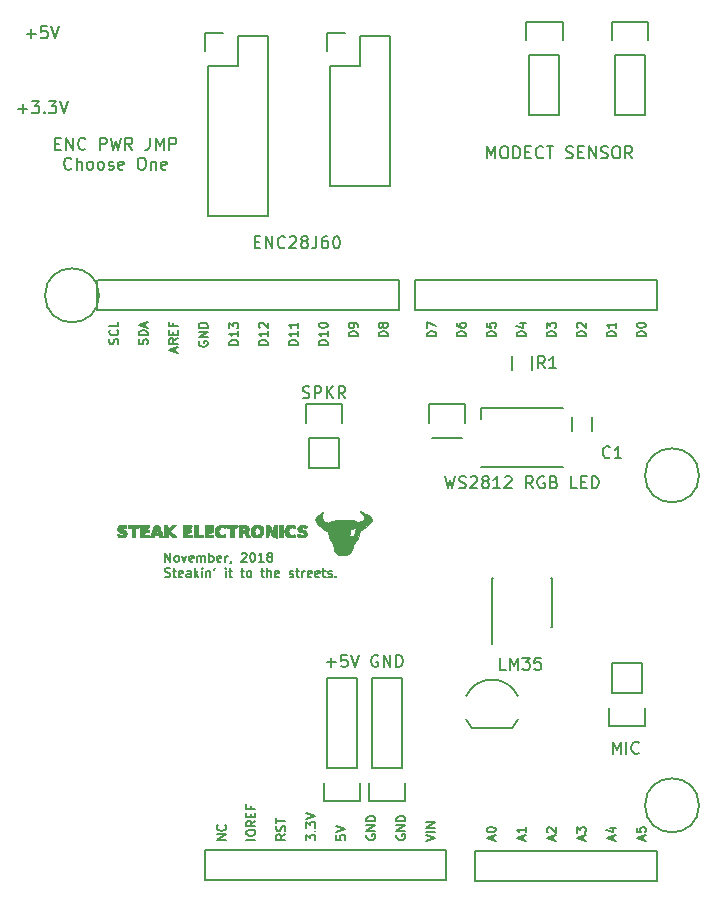
<source format=gto>
G04 #@! TF.GenerationSoftware,KiCad,Pcbnew,5.0.0-rc2*
G04 #@! TF.CreationDate,2018-11-29T01:26:55-05:00*
G04 #@! TF.ProjectId,uno,756E6F2E6B696361645F706362000000,v1.0*
G04 #@! TF.SameCoordinates,Original*
G04 #@! TF.FileFunction,Legend,Top*
G04 #@! TF.FilePolarity,Positive*
%FSLAX46Y46*%
G04 Gerber Fmt 4.6, Leading zero omitted, Abs format (unit mm)*
G04 Created by KiCad (PCBNEW 5.0.0-rc2) date Thu Nov 29 01:26:55 2018*
%MOMM*%
%LPD*%
G01*
G04 APERTURE LIST*
%ADD10C,0.152400*%
%ADD11C,0.150000*%
%ADD12C,0.010000*%
G04 APERTURE END LIST*
D10*
X55081714Y-68991238D02*
X55226857Y-69039619D01*
X55468761Y-69039619D01*
X55565523Y-68991238D01*
X55613904Y-68942857D01*
X55662285Y-68846095D01*
X55662285Y-68749333D01*
X55613904Y-68652571D01*
X55565523Y-68604190D01*
X55468761Y-68555809D01*
X55275238Y-68507428D01*
X55178476Y-68459047D01*
X55130095Y-68410666D01*
X55081714Y-68313904D01*
X55081714Y-68217142D01*
X55130095Y-68120380D01*
X55178476Y-68072000D01*
X55275238Y-68023619D01*
X55517142Y-68023619D01*
X55662285Y-68072000D01*
X56097714Y-69039619D02*
X56097714Y-68023619D01*
X56484761Y-68023619D01*
X56581523Y-68072000D01*
X56629904Y-68120380D01*
X56678285Y-68217142D01*
X56678285Y-68362285D01*
X56629904Y-68459047D01*
X56581523Y-68507428D01*
X56484761Y-68555809D01*
X56097714Y-68555809D01*
X57113714Y-69039619D02*
X57113714Y-68023619D01*
X57694285Y-69039619D02*
X57258857Y-68459047D01*
X57694285Y-68023619D02*
X57113714Y-68604190D01*
X58710285Y-69039619D02*
X58371619Y-68555809D01*
X58129714Y-69039619D02*
X58129714Y-68023619D01*
X58516761Y-68023619D01*
X58613523Y-68072000D01*
X58661904Y-68120380D01*
X58710285Y-68217142D01*
X58710285Y-68362285D01*
X58661904Y-68459047D01*
X58613523Y-68507428D01*
X58516761Y-68555809D01*
X58129714Y-68555809D01*
X81334428Y-99138619D02*
X81334428Y-98122619D01*
X81673095Y-98848333D01*
X82011761Y-98122619D01*
X82011761Y-99138619D01*
X82495571Y-99138619D02*
X82495571Y-98122619D01*
X83559952Y-99041857D02*
X83511571Y-99090238D01*
X83366428Y-99138619D01*
X83269666Y-99138619D01*
X83124523Y-99090238D01*
X83027761Y-98993476D01*
X82979380Y-98896714D01*
X82930999Y-98703190D01*
X82930999Y-98558047D01*
X82979380Y-98364523D01*
X83027761Y-98267761D01*
X83124523Y-98171000D01*
X83269666Y-98122619D01*
X83366428Y-98122619D01*
X83511571Y-98171000D01*
X83559952Y-98219380D01*
X34138809Y-47476228D02*
X34477476Y-47476228D01*
X34622619Y-48008419D02*
X34138809Y-48008419D01*
X34138809Y-46992419D01*
X34622619Y-46992419D01*
X35058047Y-48008419D02*
X35058047Y-46992419D01*
X35638619Y-48008419D01*
X35638619Y-46992419D01*
X36702999Y-47911657D02*
X36654619Y-47960038D01*
X36509476Y-48008419D01*
X36412714Y-48008419D01*
X36267571Y-47960038D01*
X36170809Y-47863276D01*
X36122428Y-47766514D01*
X36074047Y-47572990D01*
X36074047Y-47427847D01*
X36122428Y-47234323D01*
X36170809Y-47137561D01*
X36267571Y-47040800D01*
X36412714Y-46992419D01*
X36509476Y-46992419D01*
X36654619Y-47040800D01*
X36702999Y-47089180D01*
X37912523Y-48008419D02*
X37912523Y-46992419D01*
X38299571Y-46992419D01*
X38396333Y-47040800D01*
X38444714Y-47089180D01*
X38493095Y-47185942D01*
X38493095Y-47331085D01*
X38444714Y-47427847D01*
X38396333Y-47476228D01*
X38299571Y-47524609D01*
X37912523Y-47524609D01*
X38831761Y-46992419D02*
X39073666Y-48008419D01*
X39267190Y-47282704D01*
X39460714Y-48008419D01*
X39702619Y-46992419D01*
X40670238Y-48008419D02*
X40331571Y-47524609D01*
X40089666Y-48008419D02*
X40089666Y-46992419D01*
X40476714Y-46992419D01*
X40573476Y-47040800D01*
X40621857Y-47089180D01*
X40670238Y-47185942D01*
X40670238Y-47331085D01*
X40621857Y-47427847D01*
X40573476Y-47476228D01*
X40476714Y-47524609D01*
X40089666Y-47524609D01*
X42170047Y-46992419D02*
X42170047Y-47718133D01*
X42121666Y-47863276D01*
X42024904Y-47960038D01*
X41879761Y-48008419D01*
X41782999Y-48008419D01*
X42653857Y-48008419D02*
X42653857Y-46992419D01*
X42992523Y-47718133D01*
X43331190Y-46992419D01*
X43331190Y-48008419D01*
X43814999Y-48008419D02*
X43814999Y-46992419D01*
X44202047Y-46992419D01*
X44298809Y-47040800D01*
X44347190Y-47089180D01*
X44395571Y-47185942D01*
X44395571Y-47331085D01*
X44347190Y-47427847D01*
X44298809Y-47476228D01*
X44202047Y-47524609D01*
X43814999Y-47524609D01*
X35517666Y-49588057D02*
X35469285Y-49636438D01*
X35324142Y-49684819D01*
X35227380Y-49684819D01*
X35082238Y-49636438D01*
X34985476Y-49539676D01*
X34937095Y-49442914D01*
X34888714Y-49249390D01*
X34888714Y-49104247D01*
X34937095Y-48910723D01*
X34985476Y-48813961D01*
X35082238Y-48717200D01*
X35227380Y-48668819D01*
X35324142Y-48668819D01*
X35469285Y-48717200D01*
X35517666Y-48765580D01*
X35953095Y-49684819D02*
X35953095Y-48668819D01*
X36388523Y-49684819D02*
X36388523Y-49152628D01*
X36340142Y-49055866D01*
X36243380Y-49007485D01*
X36098238Y-49007485D01*
X36001476Y-49055866D01*
X35953095Y-49104247D01*
X37017476Y-49684819D02*
X36920714Y-49636438D01*
X36872333Y-49588057D01*
X36823952Y-49491295D01*
X36823952Y-49201009D01*
X36872333Y-49104247D01*
X36920714Y-49055866D01*
X37017476Y-49007485D01*
X37162619Y-49007485D01*
X37259380Y-49055866D01*
X37307761Y-49104247D01*
X37356142Y-49201009D01*
X37356142Y-49491295D01*
X37307761Y-49588057D01*
X37259380Y-49636438D01*
X37162619Y-49684819D01*
X37017476Y-49684819D01*
X37936714Y-49684819D02*
X37839952Y-49636438D01*
X37791571Y-49588057D01*
X37743190Y-49491295D01*
X37743190Y-49201009D01*
X37791571Y-49104247D01*
X37839952Y-49055866D01*
X37936714Y-49007485D01*
X38081857Y-49007485D01*
X38178619Y-49055866D01*
X38227000Y-49104247D01*
X38275380Y-49201009D01*
X38275380Y-49491295D01*
X38227000Y-49588057D01*
X38178619Y-49636438D01*
X38081857Y-49684819D01*
X37936714Y-49684819D01*
X38662428Y-49636438D02*
X38759190Y-49684819D01*
X38952714Y-49684819D01*
X39049476Y-49636438D01*
X39097857Y-49539676D01*
X39097857Y-49491295D01*
X39049476Y-49394533D01*
X38952714Y-49346152D01*
X38807571Y-49346152D01*
X38710809Y-49297771D01*
X38662428Y-49201009D01*
X38662428Y-49152628D01*
X38710809Y-49055866D01*
X38807571Y-49007485D01*
X38952714Y-49007485D01*
X39049476Y-49055866D01*
X39920333Y-49636438D02*
X39823571Y-49684819D01*
X39630047Y-49684819D01*
X39533285Y-49636438D01*
X39484904Y-49539676D01*
X39484904Y-49152628D01*
X39533285Y-49055866D01*
X39630047Y-49007485D01*
X39823571Y-49007485D01*
X39920333Y-49055866D01*
X39968714Y-49152628D01*
X39968714Y-49249390D01*
X39484904Y-49346152D01*
X41371761Y-48668819D02*
X41565285Y-48668819D01*
X41662047Y-48717200D01*
X41758809Y-48813961D01*
X41807190Y-49007485D01*
X41807190Y-49346152D01*
X41758809Y-49539676D01*
X41662047Y-49636438D01*
X41565285Y-49684819D01*
X41371761Y-49684819D01*
X41275000Y-49636438D01*
X41178238Y-49539676D01*
X41129857Y-49346152D01*
X41129857Y-49007485D01*
X41178238Y-48813961D01*
X41275000Y-48717200D01*
X41371761Y-48668819D01*
X42242619Y-49007485D02*
X42242619Y-49684819D01*
X42242619Y-49104247D02*
X42291000Y-49055866D01*
X42387761Y-49007485D01*
X42532904Y-49007485D01*
X42629666Y-49055866D01*
X42678047Y-49152628D01*
X42678047Y-49684819D01*
X43548904Y-49636438D02*
X43452142Y-49684819D01*
X43258619Y-49684819D01*
X43161857Y-49636438D01*
X43113476Y-49539676D01*
X43113476Y-49152628D01*
X43161857Y-49055866D01*
X43258619Y-49007485D01*
X43452142Y-49007485D01*
X43548904Y-49055866D01*
X43597285Y-49152628D01*
X43597285Y-49249390D01*
X43113476Y-49346152D01*
X43460488Y-82882014D02*
X43460488Y-82120014D01*
X43895917Y-82882014D01*
X43895917Y-82120014D01*
X44367631Y-82882014D02*
X44295059Y-82845728D01*
X44258774Y-82809442D01*
X44222488Y-82736871D01*
X44222488Y-82519157D01*
X44258774Y-82446585D01*
X44295059Y-82410300D01*
X44367631Y-82374014D01*
X44476488Y-82374014D01*
X44549060Y-82410300D01*
X44585345Y-82446585D01*
X44621631Y-82519157D01*
X44621631Y-82736871D01*
X44585345Y-82809442D01*
X44549060Y-82845728D01*
X44476488Y-82882014D01*
X44367631Y-82882014D01*
X44875631Y-82374014D02*
X45057059Y-82882014D01*
X45238488Y-82374014D01*
X45819060Y-82845728D02*
X45746488Y-82882014D01*
X45601345Y-82882014D01*
X45528774Y-82845728D01*
X45492488Y-82773157D01*
X45492488Y-82482871D01*
X45528774Y-82410300D01*
X45601345Y-82374014D01*
X45746488Y-82374014D01*
X45819060Y-82410300D01*
X45855345Y-82482871D01*
X45855345Y-82555442D01*
X45492488Y-82628014D01*
X46181917Y-82882014D02*
X46181917Y-82374014D01*
X46181917Y-82446585D02*
X46218202Y-82410300D01*
X46290774Y-82374014D01*
X46399631Y-82374014D01*
X46472202Y-82410300D01*
X46508488Y-82482871D01*
X46508488Y-82882014D01*
X46508488Y-82482871D02*
X46544774Y-82410300D01*
X46617345Y-82374014D01*
X46726202Y-82374014D01*
X46798774Y-82410300D01*
X46835060Y-82482871D01*
X46835060Y-82882014D01*
X47197917Y-82882014D02*
X47197917Y-82120014D01*
X47197917Y-82410300D02*
X47270488Y-82374014D01*
X47415631Y-82374014D01*
X47488202Y-82410300D01*
X47524488Y-82446585D01*
X47560774Y-82519157D01*
X47560774Y-82736871D01*
X47524488Y-82809442D01*
X47488202Y-82845728D01*
X47415631Y-82882014D01*
X47270488Y-82882014D01*
X47197917Y-82845728D01*
X48177631Y-82845728D02*
X48105060Y-82882014D01*
X47959917Y-82882014D01*
X47887345Y-82845728D01*
X47851060Y-82773157D01*
X47851060Y-82482871D01*
X47887345Y-82410300D01*
X47959917Y-82374014D01*
X48105060Y-82374014D01*
X48177631Y-82410300D01*
X48213917Y-82482871D01*
X48213917Y-82555442D01*
X47851060Y-82628014D01*
X48540488Y-82882014D02*
X48540488Y-82374014D01*
X48540488Y-82519157D02*
X48576774Y-82446585D01*
X48613060Y-82410300D01*
X48685631Y-82374014D01*
X48758202Y-82374014D01*
X49048488Y-82845728D02*
X49048488Y-82882014D01*
X49012202Y-82954585D01*
X48975917Y-82990871D01*
X49919345Y-82192585D02*
X49955631Y-82156300D01*
X50028202Y-82120014D01*
X50209631Y-82120014D01*
X50282202Y-82156300D01*
X50318488Y-82192585D01*
X50354774Y-82265157D01*
X50354774Y-82337728D01*
X50318488Y-82446585D01*
X49883059Y-82882014D01*
X50354774Y-82882014D01*
X50826488Y-82120014D02*
X50899059Y-82120014D01*
X50971631Y-82156300D01*
X51007917Y-82192585D01*
X51044202Y-82265157D01*
X51080488Y-82410300D01*
X51080488Y-82591728D01*
X51044202Y-82736871D01*
X51007917Y-82809442D01*
X50971631Y-82845728D01*
X50899059Y-82882014D01*
X50826488Y-82882014D01*
X50753917Y-82845728D01*
X50717631Y-82809442D01*
X50681345Y-82736871D01*
X50645059Y-82591728D01*
X50645059Y-82410300D01*
X50681345Y-82265157D01*
X50717631Y-82192585D01*
X50753917Y-82156300D01*
X50826488Y-82120014D01*
X51806202Y-82882014D02*
X51370774Y-82882014D01*
X51588488Y-82882014D02*
X51588488Y-82120014D01*
X51515917Y-82228871D01*
X51443345Y-82301442D01*
X51370774Y-82337728D01*
X52241631Y-82446585D02*
X52169059Y-82410300D01*
X52132774Y-82374014D01*
X52096488Y-82301442D01*
X52096488Y-82265157D01*
X52132774Y-82192585D01*
X52169059Y-82156300D01*
X52241631Y-82120014D01*
X52386774Y-82120014D01*
X52459345Y-82156300D01*
X52495631Y-82192585D01*
X52531917Y-82265157D01*
X52531917Y-82301442D01*
X52495631Y-82374014D01*
X52459345Y-82410300D01*
X52386774Y-82446585D01*
X52241631Y-82446585D01*
X52169059Y-82482871D01*
X52132774Y-82519157D01*
X52096488Y-82591728D01*
X52096488Y-82736871D01*
X52132774Y-82809442D01*
X52169059Y-82845728D01*
X52241631Y-82882014D01*
X52386774Y-82882014D01*
X52459345Y-82845728D01*
X52495631Y-82809442D01*
X52531917Y-82736871D01*
X52531917Y-82591728D01*
X52495631Y-82519157D01*
X52459345Y-82482871D01*
X52386774Y-82446585D01*
X43424202Y-84141128D02*
X43533060Y-84177414D01*
X43714488Y-84177414D01*
X43787060Y-84141128D01*
X43823345Y-84104842D01*
X43859631Y-84032271D01*
X43859631Y-83959700D01*
X43823345Y-83887128D01*
X43787060Y-83850842D01*
X43714488Y-83814557D01*
X43569345Y-83778271D01*
X43496774Y-83741985D01*
X43460488Y-83705700D01*
X43424202Y-83633128D01*
X43424202Y-83560557D01*
X43460488Y-83487985D01*
X43496774Y-83451700D01*
X43569345Y-83415414D01*
X43750774Y-83415414D01*
X43859631Y-83451700D01*
X44077345Y-83669414D02*
X44367631Y-83669414D01*
X44186202Y-83415414D02*
X44186202Y-84068557D01*
X44222488Y-84141128D01*
X44295060Y-84177414D01*
X44367631Y-84177414D01*
X44911917Y-84141128D02*
X44839345Y-84177414D01*
X44694202Y-84177414D01*
X44621631Y-84141128D01*
X44585345Y-84068557D01*
X44585345Y-83778271D01*
X44621631Y-83705700D01*
X44694202Y-83669414D01*
X44839345Y-83669414D01*
X44911917Y-83705700D01*
X44948202Y-83778271D01*
X44948202Y-83850842D01*
X44585345Y-83923414D01*
X45601345Y-84177414D02*
X45601345Y-83778271D01*
X45565060Y-83705700D01*
X45492488Y-83669414D01*
X45347345Y-83669414D01*
X45274774Y-83705700D01*
X45601345Y-84141128D02*
X45528774Y-84177414D01*
X45347345Y-84177414D01*
X45274774Y-84141128D01*
X45238488Y-84068557D01*
X45238488Y-83995985D01*
X45274774Y-83923414D01*
X45347345Y-83887128D01*
X45528774Y-83887128D01*
X45601345Y-83850842D01*
X45964202Y-84177414D02*
X45964202Y-83415414D01*
X46036774Y-83887128D02*
X46254488Y-84177414D01*
X46254488Y-83669414D02*
X45964202Y-83959700D01*
X46581059Y-84177414D02*
X46581059Y-83669414D01*
X46581059Y-83415414D02*
X46544774Y-83451700D01*
X46581059Y-83487985D01*
X46617345Y-83451700D01*
X46581059Y-83415414D01*
X46581059Y-83487985D01*
X46943917Y-83669414D02*
X46943917Y-84177414D01*
X46943917Y-83741985D02*
X46980202Y-83705700D01*
X47052774Y-83669414D01*
X47161631Y-83669414D01*
X47234202Y-83705700D01*
X47270488Y-83778271D01*
X47270488Y-84177414D01*
X47669631Y-83415414D02*
X47597059Y-83560557D01*
X48576774Y-84177414D02*
X48576774Y-83669414D01*
X48576774Y-83415414D02*
X48540488Y-83451700D01*
X48576774Y-83487985D01*
X48613059Y-83451700D01*
X48576774Y-83415414D01*
X48576774Y-83487985D01*
X48830774Y-83669414D02*
X49121059Y-83669414D01*
X48939631Y-83415414D02*
X48939631Y-84068557D01*
X48975917Y-84141128D01*
X49048488Y-84177414D01*
X49121059Y-84177414D01*
X49846774Y-83669414D02*
X50137059Y-83669414D01*
X49955631Y-83415414D02*
X49955631Y-84068557D01*
X49991917Y-84141128D01*
X50064488Y-84177414D01*
X50137059Y-84177414D01*
X50499917Y-84177414D02*
X50427345Y-84141128D01*
X50391060Y-84104842D01*
X50354774Y-84032271D01*
X50354774Y-83814557D01*
X50391060Y-83741985D01*
X50427345Y-83705700D01*
X50499917Y-83669414D01*
X50608774Y-83669414D01*
X50681345Y-83705700D01*
X50717631Y-83741985D01*
X50753917Y-83814557D01*
X50753917Y-84032271D01*
X50717631Y-84104842D01*
X50681345Y-84141128D01*
X50608774Y-84177414D01*
X50499917Y-84177414D01*
X51552202Y-83669414D02*
X51842488Y-83669414D01*
X51661059Y-83415414D02*
X51661059Y-84068557D01*
X51697345Y-84141128D01*
X51769917Y-84177414D01*
X51842488Y-84177414D01*
X52096488Y-84177414D02*
X52096488Y-83415414D01*
X52423059Y-84177414D02*
X52423059Y-83778271D01*
X52386774Y-83705700D01*
X52314202Y-83669414D01*
X52205345Y-83669414D01*
X52132774Y-83705700D01*
X52096488Y-83741985D01*
X53076202Y-84141128D02*
X53003631Y-84177414D01*
X52858488Y-84177414D01*
X52785917Y-84141128D01*
X52749631Y-84068557D01*
X52749631Y-83778271D01*
X52785917Y-83705700D01*
X52858488Y-83669414D01*
X53003631Y-83669414D01*
X53076202Y-83705700D01*
X53112488Y-83778271D01*
X53112488Y-83850842D01*
X52749631Y-83923414D01*
X53983345Y-84141128D02*
X54055917Y-84177414D01*
X54201059Y-84177414D01*
X54273631Y-84141128D01*
X54309917Y-84068557D01*
X54309917Y-84032271D01*
X54273631Y-83959700D01*
X54201059Y-83923414D01*
X54092202Y-83923414D01*
X54019631Y-83887128D01*
X53983345Y-83814557D01*
X53983345Y-83778271D01*
X54019631Y-83705700D01*
X54092202Y-83669414D01*
X54201059Y-83669414D01*
X54273631Y-83705700D01*
X54527631Y-83669414D02*
X54817917Y-83669414D01*
X54636488Y-83415414D02*
X54636488Y-84068557D01*
X54672774Y-84141128D01*
X54745345Y-84177414D01*
X54817917Y-84177414D01*
X55071917Y-84177414D02*
X55071917Y-83669414D01*
X55071917Y-83814557D02*
X55108202Y-83741985D01*
X55144488Y-83705700D01*
X55217059Y-83669414D01*
X55289631Y-83669414D01*
X55833917Y-84141128D02*
X55761345Y-84177414D01*
X55616202Y-84177414D01*
X55543631Y-84141128D01*
X55507345Y-84068557D01*
X55507345Y-83778271D01*
X55543631Y-83705700D01*
X55616202Y-83669414D01*
X55761345Y-83669414D01*
X55833917Y-83705700D01*
X55870202Y-83778271D01*
X55870202Y-83850842D01*
X55507345Y-83923414D01*
X56487059Y-84141128D02*
X56414488Y-84177414D01*
X56269345Y-84177414D01*
X56196774Y-84141128D01*
X56160488Y-84068557D01*
X56160488Y-83778271D01*
X56196774Y-83705700D01*
X56269345Y-83669414D01*
X56414488Y-83669414D01*
X56487059Y-83705700D01*
X56523345Y-83778271D01*
X56523345Y-83850842D01*
X56160488Y-83923414D01*
X56741059Y-83669414D02*
X57031345Y-83669414D01*
X56849917Y-83415414D02*
X56849917Y-84068557D01*
X56886202Y-84141128D01*
X56958774Y-84177414D01*
X57031345Y-84177414D01*
X57249059Y-84141128D02*
X57321631Y-84177414D01*
X57466774Y-84177414D01*
X57539345Y-84141128D01*
X57575631Y-84068557D01*
X57575631Y-84032271D01*
X57539345Y-83959700D01*
X57466774Y-83923414D01*
X57357917Y-83923414D01*
X57285345Y-83887128D01*
X57249059Y-83814557D01*
X57249059Y-83778271D01*
X57285345Y-83705700D01*
X57357917Y-83669414D01*
X57466774Y-83669414D01*
X57539345Y-83705700D01*
X57902202Y-84104842D02*
X57938488Y-84141128D01*
X57902202Y-84177414D01*
X57865917Y-84141128D01*
X57902202Y-84104842D01*
X57902202Y-84177414D01*
X30988000Y-44522571D02*
X31762095Y-44522571D01*
X31375047Y-44909619D02*
X31375047Y-44135523D01*
X32149142Y-43893619D02*
X32778095Y-43893619D01*
X32439428Y-44280666D01*
X32584571Y-44280666D01*
X32681333Y-44329047D01*
X32729714Y-44377428D01*
X32778095Y-44474190D01*
X32778095Y-44716095D01*
X32729714Y-44812857D01*
X32681333Y-44861238D01*
X32584571Y-44909619D01*
X32294285Y-44909619D01*
X32197523Y-44861238D01*
X32149142Y-44812857D01*
X33213523Y-44812857D02*
X33261904Y-44861238D01*
X33213523Y-44909619D01*
X33165142Y-44861238D01*
X33213523Y-44812857D01*
X33213523Y-44909619D01*
X33600571Y-43893619D02*
X34229523Y-43893619D01*
X33890857Y-44280666D01*
X34036000Y-44280666D01*
X34132761Y-44329047D01*
X34181142Y-44377428D01*
X34229523Y-44474190D01*
X34229523Y-44716095D01*
X34181142Y-44812857D01*
X34132761Y-44861238D01*
X34036000Y-44909619D01*
X33745714Y-44909619D01*
X33648952Y-44861238D01*
X33600571Y-44812857D01*
X34519809Y-43893619D02*
X34858476Y-44909619D01*
X35197142Y-43893619D01*
X31713714Y-38172571D02*
X32487809Y-38172571D01*
X32100761Y-38559619D02*
X32100761Y-37785523D01*
X33455428Y-37543619D02*
X32971619Y-37543619D01*
X32923238Y-38027428D01*
X32971619Y-37979047D01*
X33068380Y-37930666D01*
X33310285Y-37930666D01*
X33407047Y-37979047D01*
X33455428Y-38027428D01*
X33503809Y-38124190D01*
X33503809Y-38366095D01*
X33455428Y-38462857D01*
X33407047Y-38511238D01*
X33310285Y-38559619D01*
X33068380Y-38559619D01*
X32971619Y-38511238D01*
X32923238Y-38462857D01*
X33794095Y-37543619D02*
X34132761Y-38559619D01*
X34471428Y-37543619D01*
X67128571Y-75643619D02*
X67370476Y-76659619D01*
X67563999Y-75933904D01*
X67757523Y-76659619D01*
X67999428Y-75643619D01*
X68338095Y-76611238D02*
X68483238Y-76659619D01*
X68725142Y-76659619D01*
X68821904Y-76611238D01*
X68870285Y-76562857D01*
X68918666Y-76466095D01*
X68918666Y-76369333D01*
X68870285Y-76272571D01*
X68821904Y-76224190D01*
X68725142Y-76175809D01*
X68531619Y-76127428D01*
X68434857Y-76079047D01*
X68386476Y-76030666D01*
X68338095Y-75933904D01*
X68338095Y-75837142D01*
X68386476Y-75740380D01*
X68434857Y-75692000D01*
X68531619Y-75643619D01*
X68773523Y-75643619D01*
X68918666Y-75692000D01*
X69305714Y-75740380D02*
X69354095Y-75692000D01*
X69450857Y-75643619D01*
X69692761Y-75643619D01*
X69789523Y-75692000D01*
X69837904Y-75740380D01*
X69886285Y-75837142D01*
X69886285Y-75933904D01*
X69837904Y-76079047D01*
X69257333Y-76659619D01*
X69886285Y-76659619D01*
X70466857Y-76079047D02*
X70370095Y-76030666D01*
X70321714Y-75982285D01*
X70273333Y-75885523D01*
X70273333Y-75837142D01*
X70321714Y-75740380D01*
X70370095Y-75692000D01*
X70466857Y-75643619D01*
X70660380Y-75643619D01*
X70757142Y-75692000D01*
X70805523Y-75740380D01*
X70853904Y-75837142D01*
X70853904Y-75885523D01*
X70805523Y-75982285D01*
X70757142Y-76030666D01*
X70660380Y-76079047D01*
X70466857Y-76079047D01*
X70370095Y-76127428D01*
X70321714Y-76175809D01*
X70273333Y-76272571D01*
X70273333Y-76466095D01*
X70321714Y-76562857D01*
X70370095Y-76611238D01*
X70466857Y-76659619D01*
X70660380Y-76659619D01*
X70757142Y-76611238D01*
X70805523Y-76562857D01*
X70853904Y-76466095D01*
X70853904Y-76272571D01*
X70805523Y-76175809D01*
X70757142Y-76127428D01*
X70660380Y-76079047D01*
X71821523Y-76659619D02*
X71240952Y-76659619D01*
X71531238Y-76659619D02*
X71531238Y-75643619D01*
X71434476Y-75788761D01*
X71337714Y-75885523D01*
X71240952Y-75933904D01*
X72208571Y-75740380D02*
X72256952Y-75692000D01*
X72353714Y-75643619D01*
X72595619Y-75643619D01*
X72692380Y-75692000D01*
X72740761Y-75740380D01*
X72789142Y-75837142D01*
X72789142Y-75933904D01*
X72740761Y-76079047D01*
X72160190Y-76659619D01*
X72789142Y-76659619D01*
X74579238Y-76659619D02*
X74240571Y-76175809D01*
X73998666Y-76659619D02*
X73998666Y-75643619D01*
X74385714Y-75643619D01*
X74482476Y-75692000D01*
X74530857Y-75740380D01*
X74579238Y-75837142D01*
X74579238Y-75982285D01*
X74530857Y-76079047D01*
X74482476Y-76127428D01*
X74385714Y-76175809D01*
X73998666Y-76175809D01*
X75546857Y-75692000D02*
X75450095Y-75643619D01*
X75304952Y-75643619D01*
X75159809Y-75692000D01*
X75063047Y-75788761D01*
X75014666Y-75885523D01*
X74966285Y-76079047D01*
X74966285Y-76224190D01*
X75014666Y-76417714D01*
X75063047Y-76514476D01*
X75159809Y-76611238D01*
X75304952Y-76659619D01*
X75401714Y-76659619D01*
X75546857Y-76611238D01*
X75595238Y-76562857D01*
X75595238Y-76224190D01*
X75401714Y-76224190D01*
X76369333Y-76127428D02*
X76514476Y-76175809D01*
X76562857Y-76224190D01*
X76611238Y-76320952D01*
X76611238Y-76466095D01*
X76562857Y-76562857D01*
X76514476Y-76611238D01*
X76417714Y-76659619D01*
X76030666Y-76659619D01*
X76030666Y-75643619D01*
X76369333Y-75643619D01*
X76466095Y-75692000D01*
X76514476Y-75740380D01*
X76562857Y-75837142D01*
X76562857Y-75933904D01*
X76514476Y-76030666D01*
X76466095Y-76079047D01*
X76369333Y-76127428D01*
X76030666Y-76127428D01*
X78304571Y-76659619D02*
X77820761Y-76659619D01*
X77820761Y-75643619D01*
X78643238Y-76127428D02*
X78981904Y-76127428D01*
X79127047Y-76659619D02*
X78643238Y-76659619D01*
X78643238Y-75643619D01*
X79127047Y-75643619D01*
X79562476Y-76659619D02*
X79562476Y-75643619D01*
X79804380Y-75643619D01*
X79949523Y-75692000D01*
X80046285Y-75788761D01*
X80094666Y-75885523D01*
X80143047Y-76079047D01*
X80143047Y-76224190D01*
X80094666Y-76417714D01*
X80046285Y-76514476D01*
X79949523Y-76611238D01*
X79804380Y-76659619D01*
X79562476Y-76659619D01*
X72299285Y-92026619D02*
X71815476Y-92026619D01*
X71815476Y-91010619D01*
X72637952Y-92026619D02*
X72637952Y-91010619D01*
X72976619Y-91736333D01*
X73315285Y-91010619D01*
X73315285Y-92026619D01*
X73702333Y-91010619D02*
X74331285Y-91010619D01*
X73992619Y-91397666D01*
X74137761Y-91397666D01*
X74234523Y-91446047D01*
X74282904Y-91494428D01*
X74331285Y-91591190D01*
X74331285Y-91833095D01*
X74282904Y-91929857D01*
X74234523Y-91978238D01*
X74137761Y-92026619D01*
X73847476Y-92026619D01*
X73750714Y-91978238D01*
X73702333Y-91929857D01*
X75250523Y-91010619D02*
X74766714Y-91010619D01*
X74718333Y-91494428D01*
X74766714Y-91446047D01*
X74863476Y-91397666D01*
X75105380Y-91397666D01*
X75202142Y-91446047D01*
X75250523Y-91494428D01*
X75298904Y-91591190D01*
X75298904Y-91833095D01*
X75250523Y-91929857D01*
X75202142Y-91978238D01*
X75105380Y-92026619D01*
X74863476Y-92026619D01*
X74766714Y-91978238D01*
X74718333Y-91929857D01*
X61455904Y-90830400D02*
X61359142Y-90782019D01*
X61213999Y-90782019D01*
X61068857Y-90830400D01*
X60972095Y-90927161D01*
X60923714Y-91023923D01*
X60875333Y-91217447D01*
X60875333Y-91362590D01*
X60923714Y-91556114D01*
X60972095Y-91652876D01*
X61068857Y-91749638D01*
X61213999Y-91798019D01*
X61310761Y-91798019D01*
X61455904Y-91749638D01*
X61504285Y-91701257D01*
X61504285Y-91362590D01*
X61310761Y-91362590D01*
X61939714Y-91798019D02*
X61939714Y-90782019D01*
X62520285Y-91798019D01*
X62520285Y-90782019D01*
X63004095Y-91798019D02*
X63004095Y-90782019D01*
X63245999Y-90782019D01*
X63391142Y-90830400D01*
X63487904Y-90927161D01*
X63536285Y-91023923D01*
X63584666Y-91217447D01*
X63584666Y-91362590D01*
X63536285Y-91556114D01*
X63487904Y-91652876D01*
X63391142Y-91749638D01*
X63245999Y-91798019D01*
X63004095Y-91798019D01*
X57113714Y-91410971D02*
X57887809Y-91410971D01*
X57500761Y-91798019D02*
X57500761Y-91023923D01*
X58855428Y-90782019D02*
X58371619Y-90782019D01*
X58323238Y-91265828D01*
X58371619Y-91217447D01*
X58468380Y-91169066D01*
X58710285Y-91169066D01*
X58807047Y-91217447D01*
X58855428Y-91265828D01*
X58903809Y-91362590D01*
X58903809Y-91604495D01*
X58855428Y-91701257D01*
X58807047Y-91749638D01*
X58710285Y-91798019D01*
X58468380Y-91798019D01*
X58371619Y-91749638D01*
X58323238Y-91701257D01*
X59194095Y-90782019D02*
X59532761Y-91798019D01*
X59871428Y-90782019D01*
X70714809Y-48719619D02*
X70714809Y-47703619D01*
X71053476Y-48429333D01*
X71392142Y-47703619D01*
X71392142Y-48719619D01*
X72069476Y-47703619D02*
X72262999Y-47703619D01*
X72359761Y-47752000D01*
X72456523Y-47848761D01*
X72504904Y-48042285D01*
X72504904Y-48380952D01*
X72456523Y-48574476D01*
X72359761Y-48671238D01*
X72262999Y-48719619D01*
X72069476Y-48719619D01*
X71972714Y-48671238D01*
X71875952Y-48574476D01*
X71827571Y-48380952D01*
X71827571Y-48042285D01*
X71875952Y-47848761D01*
X71972714Y-47752000D01*
X72069476Y-47703619D01*
X72940333Y-48719619D02*
X72940333Y-47703619D01*
X73182238Y-47703619D01*
X73327380Y-47752000D01*
X73424142Y-47848761D01*
X73472523Y-47945523D01*
X73520904Y-48139047D01*
X73520904Y-48284190D01*
X73472523Y-48477714D01*
X73424142Y-48574476D01*
X73327380Y-48671238D01*
X73182238Y-48719619D01*
X72940333Y-48719619D01*
X73956333Y-48187428D02*
X74294999Y-48187428D01*
X74440142Y-48719619D02*
X73956333Y-48719619D01*
X73956333Y-47703619D01*
X74440142Y-47703619D01*
X75456142Y-48622857D02*
X75407761Y-48671238D01*
X75262619Y-48719619D01*
X75165857Y-48719619D01*
X75020714Y-48671238D01*
X74923952Y-48574476D01*
X74875571Y-48477714D01*
X74827190Y-48284190D01*
X74827190Y-48139047D01*
X74875571Y-47945523D01*
X74923952Y-47848761D01*
X75020714Y-47752000D01*
X75165857Y-47703619D01*
X75262619Y-47703619D01*
X75407761Y-47752000D01*
X75456142Y-47800380D01*
X75746428Y-47703619D02*
X76326999Y-47703619D01*
X76036714Y-48719619D02*
X76036714Y-47703619D01*
X77391380Y-48671238D02*
X77536523Y-48719619D01*
X77778428Y-48719619D01*
X77875190Y-48671238D01*
X77923571Y-48622857D01*
X77971952Y-48526095D01*
X77971952Y-48429333D01*
X77923571Y-48332571D01*
X77875190Y-48284190D01*
X77778428Y-48235809D01*
X77584904Y-48187428D01*
X77488142Y-48139047D01*
X77439761Y-48090666D01*
X77391380Y-47993904D01*
X77391380Y-47897142D01*
X77439761Y-47800380D01*
X77488142Y-47752000D01*
X77584904Y-47703619D01*
X77826809Y-47703619D01*
X77971952Y-47752000D01*
X78407380Y-48187428D02*
X78746047Y-48187428D01*
X78891190Y-48719619D02*
X78407380Y-48719619D01*
X78407380Y-47703619D01*
X78891190Y-47703619D01*
X79326619Y-48719619D02*
X79326619Y-47703619D01*
X79907190Y-48719619D01*
X79907190Y-47703619D01*
X80342619Y-48671238D02*
X80487761Y-48719619D01*
X80729666Y-48719619D01*
X80826428Y-48671238D01*
X80874809Y-48622857D01*
X80923190Y-48526095D01*
X80923190Y-48429333D01*
X80874809Y-48332571D01*
X80826428Y-48284190D01*
X80729666Y-48235809D01*
X80536142Y-48187428D01*
X80439380Y-48139047D01*
X80390999Y-48090666D01*
X80342619Y-47993904D01*
X80342619Y-47897142D01*
X80390999Y-47800380D01*
X80439380Y-47752000D01*
X80536142Y-47703619D01*
X80778047Y-47703619D01*
X80923190Y-47752000D01*
X81552142Y-47703619D02*
X81745666Y-47703619D01*
X81842428Y-47752000D01*
X81939190Y-47848761D01*
X81987571Y-48042285D01*
X81987571Y-48380952D01*
X81939190Y-48574476D01*
X81842428Y-48671238D01*
X81745666Y-48719619D01*
X81552142Y-48719619D01*
X81455380Y-48671238D01*
X81358619Y-48574476D01*
X81310238Y-48380952D01*
X81310238Y-48042285D01*
X81358619Y-47848761D01*
X81455380Y-47752000D01*
X81552142Y-47703619D01*
X83003571Y-48719619D02*
X82664904Y-48235809D01*
X82422999Y-48719619D02*
X82422999Y-47703619D01*
X82810047Y-47703619D01*
X82906809Y-47752000D01*
X82955190Y-47800380D01*
X83003571Y-47897142D01*
X83003571Y-48042285D01*
X82955190Y-48139047D01*
X82906809Y-48187428D01*
X82810047Y-48235809D01*
X82422999Y-48235809D01*
X51029809Y-55807428D02*
X51368476Y-55807428D01*
X51513619Y-56339619D02*
X51029809Y-56339619D01*
X51029809Y-55323619D01*
X51513619Y-55323619D01*
X51949047Y-56339619D02*
X51949047Y-55323619D01*
X52529619Y-56339619D01*
X52529619Y-55323619D01*
X53593999Y-56242857D02*
X53545619Y-56291238D01*
X53400476Y-56339619D01*
X53303714Y-56339619D01*
X53158571Y-56291238D01*
X53061809Y-56194476D01*
X53013428Y-56097714D01*
X52965047Y-55904190D01*
X52965047Y-55759047D01*
X53013428Y-55565523D01*
X53061809Y-55468761D01*
X53158571Y-55372000D01*
X53303714Y-55323619D01*
X53400476Y-55323619D01*
X53545619Y-55372000D01*
X53593999Y-55420380D01*
X53981047Y-55420380D02*
X54029428Y-55372000D01*
X54126190Y-55323619D01*
X54368095Y-55323619D01*
X54464857Y-55372000D01*
X54513238Y-55420380D01*
X54561619Y-55517142D01*
X54561619Y-55613904D01*
X54513238Y-55759047D01*
X53932666Y-56339619D01*
X54561619Y-56339619D01*
X55142190Y-55759047D02*
X55045428Y-55710666D01*
X54997047Y-55662285D01*
X54948666Y-55565523D01*
X54948666Y-55517142D01*
X54997047Y-55420380D01*
X55045428Y-55372000D01*
X55142190Y-55323619D01*
X55335714Y-55323619D01*
X55432476Y-55372000D01*
X55480857Y-55420380D01*
X55529238Y-55517142D01*
X55529238Y-55565523D01*
X55480857Y-55662285D01*
X55432476Y-55710666D01*
X55335714Y-55759047D01*
X55142190Y-55759047D01*
X55045428Y-55807428D01*
X54997047Y-55855809D01*
X54948666Y-55952571D01*
X54948666Y-56146095D01*
X54997047Y-56242857D01*
X55045428Y-56291238D01*
X55142190Y-56339619D01*
X55335714Y-56339619D01*
X55432476Y-56291238D01*
X55480857Y-56242857D01*
X55529238Y-56146095D01*
X55529238Y-55952571D01*
X55480857Y-55855809D01*
X55432476Y-55807428D01*
X55335714Y-55759047D01*
X56254952Y-55323619D02*
X56254952Y-56049333D01*
X56206571Y-56194476D01*
X56109809Y-56291238D01*
X55964666Y-56339619D01*
X55867904Y-56339619D01*
X57174190Y-55323619D02*
X56980666Y-55323619D01*
X56883904Y-55372000D01*
X56835523Y-55420380D01*
X56738761Y-55565523D01*
X56690380Y-55759047D01*
X56690380Y-56146095D01*
X56738761Y-56242857D01*
X56787142Y-56291238D01*
X56883904Y-56339619D01*
X57077428Y-56339619D01*
X57174190Y-56291238D01*
X57222571Y-56242857D01*
X57270952Y-56146095D01*
X57270952Y-55904190D01*
X57222571Y-55807428D01*
X57174190Y-55759047D01*
X57077428Y-55710666D01*
X56883904Y-55710666D01*
X56787142Y-55759047D01*
X56738761Y-55807428D01*
X56690380Y-55904190D01*
X57899904Y-55323619D02*
X57996666Y-55323619D01*
X58093428Y-55372000D01*
X58141809Y-55420380D01*
X58190190Y-55517142D01*
X58238571Y-55710666D01*
X58238571Y-55952571D01*
X58190190Y-56146095D01*
X58141809Y-56242857D01*
X58093428Y-56291238D01*
X57996666Y-56339619D01*
X57899904Y-56339619D01*
X57803142Y-56291238D01*
X57754761Y-56242857D01*
X57706380Y-56146095D01*
X57657999Y-55952571D01*
X57657999Y-55710666D01*
X57706380Y-55517142D01*
X57754761Y-55420380D01*
X57803142Y-55372000D01*
X57899904Y-55323619D01*
D11*
G04 #@! TO.C,U5*
X46837600Y-109855000D02*
X67259200Y-109855000D01*
X67259200Y-109855000D02*
X67259200Y-107315000D01*
X67259200Y-107315000D02*
X46837600Y-107315000D01*
X46837600Y-109855000D02*
X46837600Y-107315000D01*
X85064600Y-107340400D02*
X69723000Y-107340400D01*
X85064600Y-109880400D02*
X85064600Y-107340400D01*
X69723000Y-109880400D02*
X85064600Y-109880400D01*
X69723000Y-109880400D02*
X69723000Y-107340400D01*
X85064600Y-61595000D02*
X85064600Y-59055000D01*
X85064600Y-59055000D02*
X64643000Y-59055000D01*
X64643000Y-61595000D02*
X64643000Y-59055000D01*
X64643000Y-61595000D02*
X85064600Y-61595000D01*
X63220600Y-59055000D02*
X37744400Y-59055000D01*
X37744400Y-61595000D02*
X63220600Y-61595000D01*
X63220600Y-61595000D02*
X63220600Y-59055000D01*
X37719000Y-61595000D02*
X37719000Y-59055000D01*
G04 #@! TO.C,U2*
X88646000Y-103505000D02*
G75*
G03X88646000Y-103505000I-2286000J0D01*
G01*
G04 #@! TO.C,U3*
X37846000Y-60325000D02*
G75*
G03X37846000Y-60325000I-2286000J0D01*
G01*
G04 #@! TO.C,U4*
X88646000Y-75565000D02*
G75*
G03X88646000Y-75565000I-2286000J0D01*
G01*
G04 #@! TO.C,LED1*
X70160000Y-74890000D02*
X77160000Y-74890000D01*
X70160000Y-70840000D02*
X70160000Y-69840000D01*
X70160000Y-69840000D02*
X77160000Y-69840000D01*
G04 #@! TO.C,P1*
X59970000Y-103150000D02*
X56870000Y-103150000D01*
X59970000Y-101600000D02*
X59970000Y-103150000D01*
X57150000Y-100330000D02*
X59690000Y-100330000D01*
X59690000Y-92710000D02*
X57150000Y-92710000D01*
X56870000Y-103150000D02*
X56870000Y-101600000D01*
X57150000Y-100330000D02*
X57150000Y-92710000D01*
X59690000Y-100330000D02*
X59690000Y-92710000D01*
G04 #@! TO.C,P2*
X62472333Y-38369500D02*
X62472333Y-51069500D01*
X62472333Y-51069500D02*
X57392333Y-51069500D01*
X57392333Y-51069500D02*
X57392333Y-40909500D01*
X62472333Y-38369500D02*
X59932333Y-38369500D01*
X58662333Y-38089500D02*
X57112333Y-38089500D01*
X59932333Y-38369500D02*
X59932333Y-40909500D01*
X59932333Y-40909500D02*
X57392333Y-40909500D01*
X57112333Y-38089500D02*
X57112333Y-39639500D01*
G04 #@! TO.C,P5*
X63500000Y-100330000D02*
X63500000Y-92710000D01*
X60960000Y-100330000D02*
X60960000Y-92710000D01*
X60680000Y-103150000D02*
X60680000Y-101600000D01*
X63500000Y-92710000D02*
X60960000Y-92710000D01*
X60960000Y-100330000D02*
X63500000Y-100330000D01*
X63780000Y-101600000D02*
X63780000Y-103150000D01*
X63780000Y-103150000D02*
X60680000Y-103150000D01*
G04 #@! TO.C,P6*
X68860000Y-69570000D02*
X68860000Y-71120000D01*
X65760000Y-71120000D02*
X65760000Y-69570000D01*
X65760000Y-69570000D02*
X68860000Y-69570000D01*
X66040000Y-72390000D02*
X68580000Y-72390000D01*
G04 #@! TO.C,P7*
X52152333Y-53609500D02*
X52152333Y-38369500D01*
X47072333Y-40909500D02*
X47072333Y-53609500D01*
X52152333Y-53609500D02*
X47072333Y-53609500D01*
X52152333Y-38369500D02*
X49612333Y-38369500D01*
X48342333Y-38089500D02*
X46792333Y-38089500D01*
X49612333Y-38369500D02*
X49612333Y-40909500D01*
X49612333Y-40909500D02*
X47072333Y-40909500D01*
X46792333Y-38089500D02*
X46792333Y-39639500D01*
G04 #@! TO.C,P8*
X74015000Y-37185000D02*
X77115000Y-37185000D01*
X74015000Y-38735000D02*
X74015000Y-37185000D01*
X76835000Y-40005000D02*
X74295000Y-40005000D01*
X77115000Y-37185000D02*
X77115000Y-38735000D01*
X76835000Y-45085000D02*
X76835000Y-40005000D01*
X74295000Y-45085000D02*
X76835000Y-45085000D01*
X74295000Y-40005000D02*
X74295000Y-45085000D01*
G04 #@! TO.C,P9*
X81534000Y-40005000D02*
X81534000Y-45085000D01*
X81534000Y-45085000D02*
X84074000Y-45085000D01*
X84074000Y-45085000D02*
X84074000Y-40005000D01*
X84354000Y-37185000D02*
X84354000Y-38735000D01*
X84074000Y-40005000D02*
X81534000Y-40005000D01*
X81254000Y-38735000D02*
X81254000Y-37185000D01*
X81254000Y-37185000D02*
X84354000Y-37185000D01*
G04 #@! TO.C,P10*
X68932305Y-96246990D02*
G75*
G03X69420000Y-96950000I2187695J996990D01*
G01*
X73307695Y-96246990D02*
G75*
G02X72820000Y-96950000I-2187695J996990D01*
G01*
X69420000Y-96950000D02*
X72820000Y-96950000D01*
X68935121Y-94256873D02*
G75*
G02X71120000Y-92850000I2184879J-993127D01*
G01*
X73304879Y-94256873D02*
G75*
G03X71120000Y-92850000I-2184879J-993127D01*
G01*
G04 #@! TO.C,U6*
X71085000Y-88435000D02*
X71135000Y-88435000D01*
X71085000Y-84285000D02*
X71230000Y-84285000D01*
X76235000Y-84285000D02*
X76090000Y-84285000D01*
X76235000Y-88435000D02*
X76090000Y-88435000D01*
X71085000Y-88435000D02*
X71085000Y-84285000D01*
X76235000Y-88435000D02*
X76235000Y-84285000D01*
X71135000Y-88435000D02*
X71135000Y-89835000D01*
G04 #@! TO.C,C1*
X77865000Y-71800000D02*
X77865000Y-70600000D01*
X79615000Y-70600000D02*
X79615000Y-71800000D01*
G04 #@! TO.C,R1*
X72785000Y-66640000D02*
X72785000Y-65440000D01*
X74535000Y-65440000D02*
X74535000Y-66640000D01*
D12*
G04 #@! TO.C,G\002A\002A\002A*
G36*
X55266457Y-79780065D02*
X55380637Y-79817149D01*
X55423911Y-79884057D01*
X55421052Y-79934716D01*
X55374764Y-80000496D01*
X55312599Y-80001683D01*
X55128596Y-79977325D01*
X54997097Y-79992661D01*
X54933689Y-80045570D01*
X54931549Y-80053549D01*
X54947414Y-80113801D01*
X55035041Y-80152811D01*
X55080886Y-80162674D01*
X55278334Y-80228692D01*
X55409151Y-80332398D01*
X55466787Y-80460920D01*
X55444694Y-80601381D01*
X55362554Y-80716372D01*
X55216291Y-80801541D01*
X55005636Y-80826897D01*
X54748546Y-80797136D01*
X54670528Y-80757784D01*
X54645069Y-80663767D01*
X54644636Y-80641169D01*
X54644636Y-80505215D01*
X54817282Y-80577351D01*
X54969479Y-80620729D01*
X55095840Y-80620974D01*
X55175295Y-80581419D01*
X55190097Y-80518367D01*
X55133647Y-80453537D01*
X55003354Y-80405581D01*
X54993071Y-80403366D01*
X54794836Y-80333336D01*
X54679018Y-80222402D01*
X54644636Y-80083661D01*
X54682011Y-79925224D01*
X54793630Y-79821251D01*
X54978731Y-79772304D01*
X55071818Y-79768253D01*
X55266457Y-79780065D01*
X55266457Y-79780065D01*
G37*
X55266457Y-79780065D02*
X55380637Y-79817149D01*
X55423911Y-79884057D01*
X55421052Y-79934716D01*
X55374764Y-80000496D01*
X55312599Y-80001683D01*
X55128596Y-79977325D01*
X54997097Y-79992661D01*
X54933689Y-80045570D01*
X54931549Y-80053549D01*
X54947414Y-80113801D01*
X55035041Y-80152811D01*
X55080886Y-80162674D01*
X55278334Y-80228692D01*
X55409151Y-80332398D01*
X55466787Y-80460920D01*
X55444694Y-80601381D01*
X55362554Y-80716372D01*
X55216291Y-80801541D01*
X55005636Y-80826897D01*
X54748546Y-80797136D01*
X54670528Y-80757784D01*
X54645069Y-80663767D01*
X54644636Y-80641169D01*
X54644636Y-80505215D01*
X54817282Y-80577351D01*
X54969479Y-80620729D01*
X55095840Y-80620974D01*
X55175295Y-80581419D01*
X55190097Y-80518367D01*
X55133647Y-80453537D01*
X55003354Y-80405581D01*
X54993071Y-80403366D01*
X54794836Y-80333336D01*
X54679018Y-80222402D01*
X54644636Y-80083661D01*
X54682011Y-79925224D01*
X54793630Y-79821251D01*
X54978731Y-79772304D01*
X55071818Y-79768253D01*
X55266457Y-79780065D01*
G36*
X54274286Y-79775271D02*
X54390069Y-79803269D01*
X54446533Y-79858772D01*
X54459909Y-79937235D01*
X54447919Y-80017521D01*
X54394315Y-80026389D01*
X54356000Y-80014596D01*
X54156686Y-79977199D01*
X54001501Y-80013897D01*
X53899507Y-80119407D01*
X53859764Y-80288444D01*
X53859546Y-80304165D01*
X53894977Y-80458829D01*
X53986603Y-80572135D01*
X54112424Y-80628169D01*
X54250440Y-80611014D01*
X54270401Y-80601377D01*
X54385017Y-80556812D01*
X54444707Y-80581039D01*
X54459909Y-80662705D01*
X54425436Y-80763285D01*
X54356000Y-80800620D01*
X54164643Y-80826872D01*
X53966148Y-80815245D01*
X53813364Y-80770955D01*
X53718784Y-80692651D01*
X53629361Y-80570676D01*
X53612328Y-80538719D01*
X53552399Y-80321798D01*
X53582284Y-80111480D01*
X53699691Y-79921270D01*
X53720844Y-79899143D01*
X53822722Y-79815177D01*
X53933209Y-79776465D01*
X54083125Y-79767546D01*
X54274286Y-79775271D01*
X54274286Y-79775271D01*
G37*
X54274286Y-79775271D02*
X54390069Y-79803269D01*
X54446533Y-79858772D01*
X54459909Y-79937235D01*
X54447919Y-80017521D01*
X54394315Y-80026389D01*
X54356000Y-80014596D01*
X54156686Y-79977199D01*
X54001501Y-80013897D01*
X53899507Y-80119407D01*
X53859764Y-80288444D01*
X53859546Y-80304165D01*
X53894977Y-80458829D01*
X53986603Y-80572135D01*
X54112424Y-80628169D01*
X54250440Y-80611014D01*
X54270401Y-80601377D01*
X54385017Y-80556812D01*
X54444707Y-80581039D01*
X54459909Y-80662705D01*
X54425436Y-80763285D01*
X54356000Y-80800620D01*
X54164643Y-80826872D01*
X53966148Y-80815245D01*
X53813364Y-80770955D01*
X53718784Y-80692651D01*
X53629361Y-80570676D01*
X53612328Y-80538719D01*
X53552399Y-80321798D01*
X53582284Y-80111480D01*
X53699691Y-79921270D01*
X53720844Y-79899143D01*
X53822722Y-79815177D01*
X53933209Y-79776465D01*
X54083125Y-79767546D01*
X54274286Y-79775271D01*
G36*
X53397727Y-80829728D02*
X53266879Y-80829728D01*
X53165630Y-80823715D01*
X53116788Y-80810671D01*
X53110279Y-80759609D01*
X53107347Y-80635727D01*
X53108167Y-80458506D01*
X53111972Y-80279580D01*
X53126398Y-79767546D01*
X53397727Y-79767546D01*
X53397727Y-80829728D01*
X53397727Y-80829728D01*
G37*
X53397727Y-80829728D02*
X53266879Y-80829728D01*
X53165630Y-80823715D01*
X53116788Y-80810671D01*
X53110279Y-80759609D01*
X53107347Y-80635727D01*
X53108167Y-80458506D01*
X53111972Y-80279580D01*
X53126398Y-79767546D01*
X53397727Y-79767546D01*
X53397727Y-80829728D01*
G36*
X52197472Y-79774293D02*
X52259257Y-79806184D01*
X52319678Y-79880695D01*
X52396393Y-80015298D01*
X52428396Y-80076080D01*
X52589546Y-80384614D01*
X52603201Y-80076080D01*
X52612019Y-79912130D01*
X52626861Y-79819855D01*
X52657749Y-79778654D01*
X52714705Y-79767923D01*
X52753292Y-79767546D01*
X52889727Y-79767546D01*
X52889727Y-80835303D01*
X52723939Y-80820970D01*
X52636376Y-80807146D01*
X52570217Y-80771707D01*
X52507316Y-80696643D01*
X52429525Y-80563947D01*
X52389120Y-80488717D01*
X52220091Y-80170798D01*
X52206522Y-80500263D01*
X52197597Y-80671239D01*
X52183322Y-80769773D01*
X52156028Y-80815757D01*
X52108049Y-80829084D01*
X52079522Y-80829728D01*
X51966091Y-80829728D01*
X51966091Y-79767546D01*
X52116669Y-79767546D01*
X52197472Y-79774293D01*
X52197472Y-79774293D01*
G37*
X52197472Y-79774293D02*
X52259257Y-79806184D01*
X52319678Y-79880695D01*
X52396393Y-80015298D01*
X52428396Y-80076080D01*
X52589546Y-80384614D01*
X52603201Y-80076080D01*
X52612019Y-79912130D01*
X52626861Y-79819855D01*
X52657749Y-79778654D01*
X52714705Y-79767923D01*
X52753292Y-79767546D01*
X52889727Y-79767546D01*
X52889727Y-80835303D01*
X52723939Y-80820970D01*
X52636376Y-80807146D01*
X52570217Y-80771707D01*
X52507316Y-80696643D01*
X52429525Y-80563947D01*
X52389120Y-80488717D01*
X52220091Y-80170798D01*
X52206522Y-80500263D01*
X52197597Y-80671239D01*
X52183322Y-80769773D01*
X52156028Y-80815757D01*
X52108049Y-80829084D01*
X52079522Y-80829728D01*
X51966091Y-80829728D01*
X51966091Y-79767546D01*
X52116669Y-79767546D01*
X52197472Y-79774293D01*
G36*
X51393439Y-79774752D02*
X51501705Y-79803818D01*
X51589238Y-79865915D01*
X51612308Y-79888176D01*
X51721627Y-80052053D01*
X51769676Y-80245489D01*
X51758131Y-80442731D01*
X51688669Y-80618026D01*
X51562965Y-80745618D01*
X51556247Y-80749687D01*
X51385062Y-80809530D01*
X51179208Y-80824192D01*
X50985970Y-80791085D01*
X50961928Y-80782215D01*
X50827851Y-80682998D01*
X50731907Y-80525801D01*
X50684172Y-80340642D01*
X50687880Y-80276288D01*
X50992656Y-80276288D01*
X51015907Y-80442551D01*
X51045523Y-80512188D01*
X51128315Y-80584186D01*
X51243985Y-80595245D01*
X51360594Y-80550225D01*
X51446203Y-80453989D01*
X51447668Y-80450974D01*
X51484006Y-80282792D01*
X51441249Y-80125384D01*
X51336964Y-80013583D01*
X51249258Y-79967832D01*
X51176563Y-79978801D01*
X51111727Y-80017299D01*
X51026053Y-80123646D01*
X50992656Y-80276288D01*
X50687880Y-80276288D01*
X50694723Y-80157538D01*
X50724953Y-80076237D01*
X50833305Y-79906168D01*
X50957916Y-79810289D01*
X51127157Y-79771223D01*
X51228934Y-79767546D01*
X51393439Y-79774752D01*
X51393439Y-79774752D01*
G37*
X51393439Y-79774752D02*
X51501705Y-79803818D01*
X51589238Y-79865915D01*
X51612308Y-79888176D01*
X51721627Y-80052053D01*
X51769676Y-80245489D01*
X51758131Y-80442731D01*
X51688669Y-80618026D01*
X51562965Y-80745618D01*
X51556247Y-80749687D01*
X51385062Y-80809530D01*
X51179208Y-80824192D01*
X50985970Y-80791085D01*
X50961928Y-80782215D01*
X50827851Y-80682998D01*
X50731907Y-80525801D01*
X50684172Y-80340642D01*
X50687880Y-80276288D01*
X50992656Y-80276288D01*
X51015907Y-80442551D01*
X51045523Y-80512188D01*
X51128315Y-80584186D01*
X51243985Y-80595245D01*
X51360594Y-80550225D01*
X51446203Y-80453989D01*
X51447668Y-80450974D01*
X51484006Y-80282792D01*
X51441249Y-80125384D01*
X51336964Y-80013583D01*
X51249258Y-79967832D01*
X51176563Y-79978801D01*
X51111727Y-80017299D01*
X51026053Y-80123646D01*
X50992656Y-80276288D01*
X50687880Y-80276288D01*
X50694723Y-80157538D01*
X50724953Y-80076237D01*
X50833305Y-79906168D01*
X50957916Y-79810289D01*
X51127157Y-79771223D01*
X51228934Y-79767546D01*
X51393439Y-79774752D01*
G36*
X50196644Y-79770909D02*
X50305090Y-79786302D01*
X50375616Y-79821682D01*
X50435402Y-79885005D01*
X50438739Y-79889228D01*
X50504817Y-79989040D01*
X50534347Y-80064896D01*
X50534455Y-80067728D01*
X50507826Y-80140804D01*
X50443280Y-80240391D01*
X50438739Y-80246227D01*
X50386559Y-80326825D01*
X50382589Y-80366920D01*
X50387471Y-80367910D01*
X50425653Y-80405144D01*
X50484966Y-80496928D01*
X50549090Y-80613379D01*
X50601705Y-80724617D01*
X50626489Y-80800761D01*
X50626818Y-80806133D01*
X50586264Y-80821959D01*
X50487006Y-80829600D01*
X50470785Y-80829728D01*
X50353938Y-80814429D01*
X50286016Y-80750473D01*
X50255734Y-80687249D01*
X50176857Y-80539976D01*
X50089042Y-80442168D01*
X50023156Y-80414091D01*
X49997580Y-80455375D01*
X49982239Y-80559824D01*
X49980273Y-80621910D01*
X49976257Y-80749700D01*
X49953068Y-80810226D01*
X49893995Y-80828553D01*
X49841727Y-80829728D01*
X49703182Y-80829728D01*
X49703182Y-80113910D01*
X49980273Y-80113910D01*
X50007824Y-80206632D01*
X50075578Y-80225512D01*
X50161182Y-80164664D01*
X50163321Y-80162114D01*
X50195820Y-80075383D01*
X50148531Y-80014286D01*
X50069911Y-79998455D01*
X49999205Y-80026991D01*
X49980273Y-80113910D01*
X49703182Y-80113910D01*
X49703182Y-79767546D01*
X50023103Y-79767546D01*
X50196644Y-79770909D01*
X50196644Y-79770909D01*
G37*
X50196644Y-79770909D02*
X50305090Y-79786302D01*
X50375616Y-79821682D01*
X50435402Y-79885005D01*
X50438739Y-79889228D01*
X50504817Y-79989040D01*
X50534347Y-80064896D01*
X50534455Y-80067728D01*
X50507826Y-80140804D01*
X50443280Y-80240391D01*
X50438739Y-80246227D01*
X50386559Y-80326825D01*
X50382589Y-80366920D01*
X50387471Y-80367910D01*
X50425653Y-80405144D01*
X50484966Y-80496928D01*
X50549090Y-80613379D01*
X50601705Y-80724617D01*
X50626489Y-80800761D01*
X50626818Y-80806133D01*
X50586264Y-80821959D01*
X50487006Y-80829600D01*
X50470785Y-80829728D01*
X50353938Y-80814429D01*
X50286016Y-80750473D01*
X50255734Y-80687249D01*
X50176857Y-80539976D01*
X50089042Y-80442168D01*
X50023156Y-80414091D01*
X49997580Y-80455375D01*
X49982239Y-80559824D01*
X49980273Y-80621910D01*
X49976257Y-80749700D01*
X49953068Y-80810226D01*
X49893995Y-80828553D01*
X49841727Y-80829728D01*
X49703182Y-80829728D01*
X49703182Y-80113910D01*
X49980273Y-80113910D01*
X50007824Y-80206632D01*
X50075578Y-80225512D01*
X50161182Y-80164664D01*
X50163321Y-80162114D01*
X50195820Y-80075383D01*
X50148531Y-80014286D01*
X50069911Y-79998455D01*
X49999205Y-80026991D01*
X49980273Y-80113910D01*
X49703182Y-80113910D01*
X49703182Y-79767546D01*
X50023103Y-79767546D01*
X50196644Y-79770909D01*
G36*
X49091273Y-79777529D02*
X49310797Y-79784533D01*
X49454069Y-79793938D01*
X49537193Y-79809165D01*
X49576274Y-79833636D01*
X49587419Y-79870772D01*
X49587727Y-79883000D01*
X49567853Y-79947498D01*
X49492772Y-79979930D01*
X49414546Y-79989697D01*
X49241364Y-80004031D01*
X49241364Y-80829728D01*
X48964273Y-80829728D01*
X48964273Y-79998455D01*
X48779546Y-79998455D01*
X48660591Y-79992222D01*
X48607716Y-79962536D01*
X48594900Y-79892912D01*
X48594818Y-79881438D01*
X48594818Y-79764421D01*
X49091273Y-79777529D01*
X49091273Y-79777529D01*
G37*
X49091273Y-79777529D02*
X49310797Y-79784533D01*
X49454069Y-79793938D01*
X49537193Y-79809165D01*
X49576274Y-79833636D01*
X49587419Y-79870772D01*
X49587727Y-79883000D01*
X49567853Y-79947498D01*
X49492772Y-79979930D01*
X49414546Y-79989697D01*
X49241364Y-80004031D01*
X49241364Y-80829728D01*
X48964273Y-80829728D01*
X48964273Y-79998455D01*
X48779546Y-79998455D01*
X48660591Y-79992222D01*
X48607716Y-79962536D01*
X48594900Y-79892912D01*
X48594818Y-79881438D01*
X48594818Y-79764421D01*
X49091273Y-79777529D01*
G36*
X48243956Y-79777071D02*
X48399357Y-79787010D01*
X48485211Y-79805287D01*
X48524288Y-79843171D01*
X48539359Y-79911935D01*
X48540772Y-79923990D01*
X48542184Y-80015416D01*
X48508582Y-80036372D01*
X48478754Y-80027702D01*
X48317097Y-79975486D01*
X48205266Y-79971705D01*
X48112774Y-80019180D01*
X48060891Y-80066366D01*
X47977727Y-80170265D01*
X47957734Y-80272243D01*
X47966342Y-80336334D01*
X48031925Y-80507007D01*
X48147200Y-80599994D01*
X48311249Y-80614871D01*
X48475073Y-80570984D01*
X48530987Y-80572426D01*
X48548526Y-80647056D01*
X48548636Y-80658209D01*
X48522494Y-80756574D01*
X48475587Y-80801696D01*
X48321179Y-80828462D01*
X48133946Y-80818238D01*
X47963883Y-80774918D01*
X47929555Y-80759188D01*
X47788243Y-80663930D01*
X47708445Y-80544833D01*
X47675777Y-80375209D01*
X47672651Y-80282529D01*
X47678677Y-80127645D01*
X47708883Y-80025515D01*
X47777989Y-79937015D01*
X47816775Y-79899508D01*
X47907773Y-79823272D01*
X47993543Y-79784474D01*
X48108871Y-79773145D01*
X48243956Y-79777071D01*
X48243956Y-79777071D01*
G37*
X48243956Y-79777071D02*
X48399357Y-79787010D01*
X48485211Y-79805287D01*
X48524288Y-79843171D01*
X48539359Y-79911935D01*
X48540772Y-79923990D01*
X48542184Y-80015416D01*
X48508582Y-80036372D01*
X48478754Y-80027702D01*
X48317097Y-79975486D01*
X48205266Y-79971705D01*
X48112774Y-80019180D01*
X48060891Y-80066366D01*
X47977727Y-80170265D01*
X47957734Y-80272243D01*
X47966342Y-80336334D01*
X48031925Y-80507007D01*
X48147200Y-80599994D01*
X48311249Y-80614871D01*
X48475073Y-80570984D01*
X48530987Y-80572426D01*
X48548526Y-80647056D01*
X48548636Y-80658209D01*
X48522494Y-80756574D01*
X48475587Y-80801696D01*
X48321179Y-80828462D01*
X48133946Y-80818238D01*
X47963883Y-80774918D01*
X47929555Y-80759188D01*
X47788243Y-80663930D01*
X47708445Y-80544833D01*
X47675777Y-80375209D01*
X47672651Y-80282529D01*
X47678677Y-80127645D01*
X47708883Y-80025515D01*
X47777989Y-79937015D01*
X47816775Y-79899508D01*
X47907773Y-79823272D01*
X47993543Y-79784474D01*
X48108871Y-79773145D01*
X48243956Y-79777071D01*
G36*
X47346416Y-79768776D02*
X47456133Y-79776393D01*
X47511178Y-79796286D01*
X47530395Y-79834343D01*
X47532636Y-79883000D01*
X47525150Y-79951522D01*
X47486943Y-79985705D01*
X47394397Y-79997361D01*
X47301727Y-79998455D01*
X47161284Y-80004221D01*
X47091465Y-80026509D01*
X47070975Y-80072803D01*
X47070818Y-80079606D01*
X47085701Y-80129199D01*
X47145456Y-80148546D01*
X47272748Y-80144691D01*
X47278636Y-80144228D01*
X47406165Y-80137369D01*
X47466674Y-80153882D01*
X47485150Y-80208998D01*
X47486455Y-80270896D01*
X47480808Y-80358924D01*
X47447142Y-80400614D01*
X47360363Y-80413256D01*
X47278636Y-80414091D01*
X47148767Y-80420135D01*
X47087355Y-80445229D01*
X47070898Y-80499820D01*
X47070818Y-80506455D01*
X47082975Y-80561855D01*
X47134577Y-80589485D01*
X47248318Y-80598423D01*
X47301727Y-80598819D01*
X47438770Y-80602562D01*
X47507137Y-80621665D01*
X47530449Y-80667939D01*
X47532636Y-80714273D01*
X47528699Y-80771534D01*
X47504325Y-80805820D01*
X47440668Y-80823022D01*
X47318884Y-80829027D01*
X47163182Y-80829728D01*
X46793727Y-80829728D01*
X46793727Y-79767546D01*
X47163182Y-79767546D01*
X47346416Y-79768776D01*
X47346416Y-79768776D01*
G37*
X47346416Y-79768776D02*
X47456133Y-79776393D01*
X47511178Y-79796286D01*
X47530395Y-79834343D01*
X47532636Y-79883000D01*
X47525150Y-79951522D01*
X47486943Y-79985705D01*
X47394397Y-79997361D01*
X47301727Y-79998455D01*
X47161284Y-80004221D01*
X47091465Y-80026509D01*
X47070975Y-80072803D01*
X47070818Y-80079606D01*
X47085701Y-80129199D01*
X47145456Y-80148546D01*
X47272748Y-80144691D01*
X47278636Y-80144228D01*
X47406165Y-80137369D01*
X47466674Y-80153882D01*
X47485150Y-80208998D01*
X47486455Y-80270896D01*
X47480808Y-80358924D01*
X47447142Y-80400614D01*
X47360363Y-80413256D01*
X47278636Y-80414091D01*
X47148767Y-80420135D01*
X47087355Y-80445229D01*
X47070898Y-80499820D01*
X47070818Y-80506455D01*
X47082975Y-80561855D01*
X47134577Y-80589485D01*
X47248318Y-80598423D01*
X47301727Y-80598819D01*
X47438770Y-80602562D01*
X47507137Y-80621665D01*
X47530449Y-80667939D01*
X47532636Y-80714273D01*
X47528699Y-80771534D01*
X47504325Y-80805820D01*
X47440668Y-80823022D01*
X47318884Y-80829027D01*
X47163182Y-80829728D01*
X46793727Y-80829728D01*
X46793727Y-79767546D01*
X47163182Y-79767546D01*
X47346416Y-79768776D01*
G36*
X46193364Y-80598819D02*
X46424273Y-80598819D01*
X46561315Y-80602562D01*
X46629682Y-80621665D01*
X46652994Y-80667939D01*
X46655182Y-80714273D01*
X46651578Y-80770182D01*
X46628574Y-80804303D01*
X46567885Y-80822015D01*
X46451222Y-80828697D01*
X46262636Y-80829728D01*
X45870091Y-80829728D01*
X45870091Y-79767546D01*
X46193364Y-79767546D01*
X46193364Y-80598819D01*
X46193364Y-80598819D01*
G37*
X46193364Y-80598819D02*
X46424273Y-80598819D01*
X46561315Y-80602562D01*
X46629682Y-80621665D01*
X46652994Y-80667939D01*
X46655182Y-80714273D01*
X46651578Y-80770182D01*
X46628574Y-80804303D01*
X46567885Y-80822015D01*
X46451222Y-80828697D01*
X46262636Y-80829728D01*
X45870091Y-80829728D01*
X45870091Y-79767546D01*
X46193364Y-79767546D01*
X46193364Y-80598819D01*
G36*
X45499143Y-79768776D02*
X45608860Y-79776393D01*
X45663905Y-79796286D01*
X45683122Y-79834343D01*
X45685364Y-79883000D01*
X45676750Y-79954245D01*
X45634411Y-79988000D01*
X45533599Y-79998014D01*
X45477546Y-79998455D01*
X45340570Y-80007521D01*
X45278177Y-80038346D01*
X45269727Y-80067728D01*
X45300231Y-80115895D01*
X45401347Y-80135743D01*
X45454455Y-80137000D01*
X45572903Y-80142471D01*
X45625559Y-80172119D01*
X45638890Y-80245796D01*
X45639182Y-80275546D01*
X45631887Y-80364382D01*
X45592357Y-80403874D01*
X45494121Y-80413873D01*
X45454455Y-80414091D01*
X45333599Y-80421837D01*
X45280186Y-80453143D01*
X45269727Y-80506455D01*
X45281884Y-80561855D01*
X45333486Y-80589485D01*
X45447227Y-80598423D01*
X45500636Y-80598819D01*
X45637679Y-80602562D01*
X45706046Y-80621665D01*
X45729358Y-80667939D01*
X45731546Y-80714273D01*
X45727941Y-80770182D01*
X45704938Y-80804303D01*
X45644248Y-80822015D01*
X45527586Y-80828697D01*
X45339000Y-80829728D01*
X44946455Y-80829728D01*
X44946455Y-79767546D01*
X45315909Y-79767546D01*
X45499143Y-79768776D01*
X45499143Y-79768776D01*
G37*
X45499143Y-79768776D02*
X45608860Y-79776393D01*
X45663905Y-79796286D01*
X45683122Y-79834343D01*
X45685364Y-79883000D01*
X45676750Y-79954245D01*
X45634411Y-79988000D01*
X45533599Y-79998014D01*
X45477546Y-79998455D01*
X45340570Y-80007521D01*
X45278177Y-80038346D01*
X45269727Y-80067728D01*
X45300231Y-80115895D01*
X45401347Y-80135743D01*
X45454455Y-80137000D01*
X45572903Y-80142471D01*
X45625559Y-80172119D01*
X45638890Y-80245796D01*
X45639182Y-80275546D01*
X45631887Y-80364382D01*
X45592357Y-80403874D01*
X45494121Y-80413873D01*
X45454455Y-80414091D01*
X45333599Y-80421837D01*
X45280186Y-80453143D01*
X45269727Y-80506455D01*
X45281884Y-80561855D01*
X45333486Y-80589485D01*
X45447227Y-80598423D01*
X45500636Y-80598819D01*
X45637679Y-80602562D01*
X45706046Y-80621665D01*
X45729358Y-80667939D01*
X45731546Y-80714273D01*
X45727941Y-80770182D01*
X45704938Y-80804303D01*
X45644248Y-80822015D01*
X45527586Y-80828697D01*
X45339000Y-80829728D01*
X44946455Y-80829728D01*
X44946455Y-79767546D01*
X45315909Y-79767546D01*
X45499143Y-79768776D01*
G36*
X43602182Y-79777127D02*
X43644231Y-79823917D01*
X43661641Y-79934989D01*
X43662121Y-79940728D01*
X43676455Y-80113910D01*
X43837771Y-79940728D01*
X43955549Y-79830251D01*
X44060664Y-79778896D01*
X44172589Y-79767546D01*
X44284102Y-79773688D01*
X44343229Y-79788917D01*
X44346091Y-79793635D01*
X44315455Y-79836515D01*
X44235027Y-79924208D01*
X44122028Y-80037966D01*
X44118735Y-80041176D01*
X43891379Y-80262628D01*
X44141826Y-80509964D01*
X44261549Y-80632635D01*
X44350109Y-80731826D01*
X44391182Y-80789056D01*
X44392273Y-80793514D01*
X44351481Y-80816898D01*
X44250466Y-80829183D01*
X44220839Y-80829728D01*
X44103938Y-80815913D01*
X43998308Y-80763523D01*
X43872739Y-80656141D01*
X43851384Y-80635385D01*
X43653364Y-80441042D01*
X43653364Y-80635385D01*
X43648571Y-80757781D01*
X43621902Y-80813743D01*
X43554915Y-80829135D01*
X43514818Y-80829728D01*
X43376273Y-80829728D01*
X43376273Y-79767546D01*
X43512030Y-79767546D01*
X43602182Y-79777127D01*
X43602182Y-79777127D01*
G37*
X43602182Y-79777127D02*
X43644231Y-79823917D01*
X43661641Y-79934989D01*
X43662121Y-79940728D01*
X43676455Y-80113910D01*
X43837771Y-79940728D01*
X43955549Y-79830251D01*
X44060664Y-79778896D01*
X44172589Y-79767546D01*
X44284102Y-79773688D01*
X44343229Y-79788917D01*
X44346091Y-79793635D01*
X44315455Y-79836515D01*
X44235027Y-79924208D01*
X44122028Y-80037966D01*
X44118735Y-80041176D01*
X43891379Y-80262628D01*
X44141826Y-80509964D01*
X44261549Y-80632635D01*
X44350109Y-80731826D01*
X44391182Y-80789056D01*
X44392273Y-80793514D01*
X44351481Y-80816898D01*
X44250466Y-80829183D01*
X44220839Y-80829728D01*
X44103938Y-80815913D01*
X43998308Y-80763523D01*
X43872739Y-80656141D01*
X43851384Y-80635385D01*
X43653364Y-80441042D01*
X43653364Y-80635385D01*
X43648571Y-80757781D01*
X43621902Y-80813743D01*
X43554915Y-80829135D01*
X43514818Y-80829728D01*
X43376273Y-80829728D01*
X43376273Y-79767546D01*
X43512030Y-79767546D01*
X43602182Y-79777127D01*
G36*
X42850688Y-79778493D02*
X42916661Y-79824709D01*
X42950403Y-79894546D01*
X42991752Y-80006690D01*
X43050241Y-80166233D01*
X43098610Y-80298637D01*
X43159109Y-80463062D01*
X43212755Y-80606364D01*
X43241786Y-80681810D01*
X43275878Y-80778702D01*
X43260740Y-80820072D01*
X43178131Y-80829562D01*
X43127659Y-80829728D01*
X43009110Y-80813661D01*
X42953587Y-80756916D01*
X42947255Y-80737364D01*
X42911420Y-80676257D01*
X42829244Y-80649401D01*
X42729727Y-80645000D01*
X42599313Y-80654484D01*
X42533698Y-80690380D01*
X42512199Y-80737364D01*
X42467344Y-80804958D01*
X42365060Y-80829007D01*
X42331796Y-80829728D01*
X42227039Y-80825578D01*
X42176403Y-80815419D01*
X42175546Y-80813744D01*
X42179807Y-80796579D01*
X42195109Y-80750763D01*
X42225229Y-80665832D01*
X42273944Y-80531322D01*
X42345032Y-80336769D01*
X42352366Y-80316776D01*
X42644373Y-80316776D01*
X42657547Y-80390162D01*
X42734668Y-80414091D01*
X42805037Y-80394819D01*
X42803941Y-80341041D01*
X42777411Y-80228132D01*
X42774440Y-80190951D01*
X42765762Y-80144014D01*
X42731363Y-80170139D01*
X42705168Y-80203554D01*
X42644373Y-80316776D01*
X42352366Y-80316776D01*
X42442270Y-80071710D01*
X42507360Y-79894546D01*
X42553858Y-79808773D01*
X42630213Y-79773260D01*
X42728642Y-79767546D01*
X42850688Y-79778493D01*
X42850688Y-79778493D01*
G37*
X42850688Y-79778493D02*
X42916661Y-79824709D01*
X42950403Y-79894546D01*
X42991752Y-80006690D01*
X43050241Y-80166233D01*
X43098610Y-80298637D01*
X43159109Y-80463062D01*
X43212755Y-80606364D01*
X43241786Y-80681810D01*
X43275878Y-80778702D01*
X43260740Y-80820072D01*
X43178131Y-80829562D01*
X43127659Y-80829728D01*
X43009110Y-80813661D01*
X42953587Y-80756916D01*
X42947255Y-80737364D01*
X42911420Y-80676257D01*
X42829244Y-80649401D01*
X42729727Y-80645000D01*
X42599313Y-80654484D01*
X42533698Y-80690380D01*
X42512199Y-80737364D01*
X42467344Y-80804958D01*
X42365060Y-80829007D01*
X42331796Y-80829728D01*
X42227039Y-80825578D01*
X42176403Y-80815419D01*
X42175546Y-80813744D01*
X42179807Y-80796579D01*
X42195109Y-80750763D01*
X42225229Y-80665832D01*
X42273944Y-80531322D01*
X42345032Y-80336769D01*
X42352366Y-80316776D01*
X42644373Y-80316776D01*
X42657547Y-80390162D01*
X42734668Y-80414091D01*
X42805037Y-80394819D01*
X42803941Y-80341041D01*
X42777411Y-80228132D01*
X42774440Y-80190951D01*
X42765762Y-80144014D01*
X42731363Y-80170139D01*
X42705168Y-80203554D01*
X42644373Y-80316776D01*
X42352366Y-80316776D01*
X42442270Y-80071710D01*
X42507360Y-79894546D01*
X42553858Y-79808773D01*
X42630213Y-79773260D01*
X42728642Y-79767546D01*
X42850688Y-79778493D01*
G36*
X41896962Y-79768776D02*
X42006679Y-79776393D01*
X42061723Y-79796286D01*
X42080940Y-79834343D01*
X42083182Y-79883000D01*
X42074568Y-79954245D01*
X42032229Y-79988000D01*
X41931417Y-79998014D01*
X41875364Y-79998455D01*
X41736427Y-80008211D01*
X41674220Y-80040440D01*
X41667546Y-80065072D01*
X41708088Y-80115565D01*
X41832970Y-80143245D01*
X41863818Y-80145891D01*
X41987991Y-80161150D01*
X42044970Y-80193967D01*
X42059918Y-80260963D01*
X42060091Y-80275546D01*
X42049423Y-80349361D01*
X42000643Y-80386407D01*
X41888587Y-80403307D01*
X41863818Y-80405201D01*
X41736587Y-80422669D01*
X41678871Y-80458526D01*
X41667546Y-80509110D01*
X41680529Y-80563050D01*
X41734454Y-80589942D01*
X41851786Y-80598513D01*
X41898455Y-80598819D01*
X42035497Y-80602562D01*
X42103864Y-80621665D01*
X42127176Y-80667939D01*
X42129364Y-80714273D01*
X42125760Y-80770182D01*
X42102756Y-80804303D01*
X42042066Y-80822015D01*
X41925404Y-80828697D01*
X41736818Y-80829728D01*
X41344273Y-80829728D01*
X41344273Y-79767546D01*
X41713727Y-79767546D01*
X41896962Y-79768776D01*
X41896962Y-79768776D01*
G37*
X41896962Y-79768776D02*
X42006679Y-79776393D01*
X42061723Y-79796286D01*
X42080940Y-79834343D01*
X42083182Y-79883000D01*
X42074568Y-79954245D01*
X42032229Y-79988000D01*
X41931417Y-79998014D01*
X41875364Y-79998455D01*
X41736427Y-80008211D01*
X41674220Y-80040440D01*
X41667546Y-80065072D01*
X41708088Y-80115565D01*
X41832970Y-80143245D01*
X41863818Y-80145891D01*
X41987991Y-80161150D01*
X42044970Y-80193967D01*
X42059918Y-80260963D01*
X42060091Y-80275546D01*
X42049423Y-80349361D01*
X42000643Y-80386407D01*
X41888587Y-80403307D01*
X41863818Y-80405201D01*
X41736587Y-80422669D01*
X41678871Y-80458526D01*
X41667546Y-80509110D01*
X41680529Y-80563050D01*
X41734454Y-80589942D01*
X41851786Y-80598513D01*
X41898455Y-80598819D01*
X42035497Y-80602562D01*
X42103864Y-80621665D01*
X42127176Y-80667939D01*
X42129364Y-80714273D01*
X42125760Y-80770182D01*
X42102756Y-80804303D01*
X42042066Y-80822015D01*
X41925404Y-80828697D01*
X41736818Y-80829728D01*
X41344273Y-80829728D01*
X41344273Y-79767546D01*
X41713727Y-79767546D01*
X41896962Y-79768776D01*
G36*
X41251909Y-79883000D02*
X41239833Y-79961078D01*
X41185488Y-79993041D01*
X41090273Y-79998455D01*
X40928636Y-79998455D01*
X40928636Y-80829728D01*
X40797788Y-80829728D01*
X40692020Y-80819837D01*
X40636152Y-80798940D01*
X40622000Y-80741444D01*
X40611279Y-80615356D01*
X40605750Y-80444433D01*
X40605364Y-80383303D01*
X40605364Y-79998455D01*
X40443727Y-79998455D01*
X40334419Y-79989829D01*
X40289671Y-79951012D01*
X40282091Y-79883000D01*
X40282091Y-79767546D01*
X41251909Y-79767546D01*
X41251909Y-79883000D01*
X41251909Y-79883000D01*
G37*
X41251909Y-79883000D02*
X41239833Y-79961078D01*
X41185488Y-79993041D01*
X41090273Y-79998455D01*
X40928636Y-79998455D01*
X40928636Y-80829728D01*
X40797788Y-80829728D01*
X40692020Y-80819837D01*
X40636152Y-80798940D01*
X40622000Y-80741444D01*
X40611279Y-80615356D01*
X40605750Y-80444433D01*
X40605364Y-80383303D01*
X40605364Y-79998455D01*
X40443727Y-79998455D01*
X40334419Y-79989829D01*
X40289671Y-79951012D01*
X40282091Y-79883000D01*
X40282091Y-79767546D01*
X41251909Y-79767546D01*
X41251909Y-79883000D01*
G36*
X40006796Y-79769146D02*
X40095598Y-79780246D01*
X40134100Y-79810291D01*
X40143335Y-79868730D01*
X40143546Y-79900900D01*
X40137946Y-79981138D01*
X40104894Y-80019322D01*
X40020003Y-80029570D01*
X39924182Y-80027900D01*
X39773886Y-80034239D01*
X39694598Y-80059024D01*
X39692685Y-80094945D01*
X39774512Y-80134691D01*
X39820273Y-80147230D01*
X40006171Y-80200635D01*
X40117891Y-80260746D01*
X40173114Y-80343897D01*
X40189521Y-80466423D01*
X40189727Y-80488549D01*
X40175695Y-80635266D01*
X40125088Y-80726237D01*
X40087088Y-80757836D01*
X39971993Y-80801154D01*
X39804103Y-80822716D01*
X39620959Y-80820024D01*
X39485455Y-80797893D01*
X39419306Y-80736002D01*
X39404636Y-80642757D01*
X39412184Y-80550866D01*
X39452332Y-80531399D01*
X39523097Y-80553780D01*
X39661625Y-80587947D01*
X39780484Y-80598819D01*
X39880835Y-80576177D01*
X39908906Y-80523123D01*
X39868257Y-80461960D01*
X39762450Y-80414992D01*
X39750721Y-80412401D01*
X39566475Y-80359845D01*
X39458481Y-80286089D01*
X39410857Y-80176454D01*
X39404636Y-80092492D01*
X39421703Y-79938657D01*
X39482439Y-79840326D01*
X39601147Y-79786984D01*
X39792131Y-79768115D01*
X39846662Y-79767546D01*
X40006796Y-79769146D01*
X40006796Y-79769146D01*
G37*
X40006796Y-79769146D02*
X40095598Y-79780246D01*
X40134100Y-79810291D01*
X40143335Y-79868730D01*
X40143546Y-79900900D01*
X40137946Y-79981138D01*
X40104894Y-80019322D01*
X40020003Y-80029570D01*
X39924182Y-80027900D01*
X39773886Y-80034239D01*
X39694598Y-80059024D01*
X39692685Y-80094945D01*
X39774512Y-80134691D01*
X39820273Y-80147230D01*
X40006171Y-80200635D01*
X40117891Y-80260746D01*
X40173114Y-80343897D01*
X40189521Y-80466423D01*
X40189727Y-80488549D01*
X40175695Y-80635266D01*
X40125088Y-80726237D01*
X40087088Y-80757836D01*
X39971993Y-80801154D01*
X39804103Y-80822716D01*
X39620959Y-80820024D01*
X39485455Y-80797893D01*
X39419306Y-80736002D01*
X39404636Y-80642757D01*
X39412184Y-80550866D01*
X39452332Y-80531399D01*
X39523097Y-80553780D01*
X39661625Y-80587947D01*
X39780484Y-80598819D01*
X39880835Y-80576177D01*
X39908906Y-80523123D01*
X39868257Y-80461960D01*
X39762450Y-80414992D01*
X39750721Y-80412401D01*
X39566475Y-80359845D01*
X39458481Y-80286089D01*
X39410857Y-80176454D01*
X39404636Y-80092492D01*
X39421703Y-79938657D01*
X39482439Y-79840326D01*
X39601147Y-79786984D01*
X39792131Y-79768115D01*
X39846662Y-79767546D01*
X40006796Y-79769146D01*
G36*
X59964186Y-78584617D02*
X60072996Y-78644627D01*
X60170801Y-78705364D01*
X60302933Y-78782225D01*
X60410390Y-78832533D01*
X60453912Y-78843910D01*
X60537483Y-78871948D01*
X60655649Y-78941534D01*
X60775784Y-79030873D01*
X60865262Y-79118168D01*
X60866168Y-79119305D01*
X60906430Y-79214250D01*
X60923895Y-79341579D01*
X60880872Y-79492203D01*
X60749376Y-79667651D01*
X60529782Y-79867519D01*
X60223341Y-80090819D01*
X60069820Y-80196266D01*
X59973626Y-80276979D01*
X59915405Y-80359707D01*
X59875802Y-80471202D01*
X59839300Y-80621636D01*
X59774947Y-80842163D01*
X59683755Y-81033594D01*
X59547499Y-81230068D01*
X59452950Y-81345369D01*
X59382241Y-81463906D01*
X59317020Y-81629225D01*
X59273117Y-81796324D01*
X59263514Y-81883916D01*
X59222279Y-82006944D01*
X59115608Y-82133404D01*
X58966838Y-82241225D01*
X58820452Y-82302935D01*
X58551503Y-82348110D01*
X58298945Y-82321024D01*
X58177546Y-82284319D01*
X57996919Y-82193155D01*
X57866097Y-82056694D01*
X57772135Y-81857761D01*
X57723599Y-81682037D01*
X57627464Y-81390982D01*
X57485863Y-81122361D01*
X57483362Y-81118579D01*
X57410697Y-80991897D01*
X58827314Y-80991897D01*
X58877228Y-80999169D01*
X58962636Y-81001246D01*
X59072158Y-80998312D01*
X59112191Y-80990080D01*
X59090271Y-80981946D01*
X58963575Y-80973630D01*
X58859362Y-80981316D01*
X58827314Y-80991897D01*
X57410697Y-80991897D01*
X57368372Y-80918111D01*
X57362294Y-80899533D01*
X58919678Y-80899533D01*
X58969592Y-80906805D01*
X59055000Y-80908883D01*
X59164521Y-80905948D01*
X59204554Y-80897717D01*
X59182635Y-80889582D01*
X59055939Y-80881267D01*
X58951726Y-80888952D01*
X58919678Y-80899533D01*
X57362294Y-80899533D01*
X57332076Y-80807169D01*
X59012042Y-80807169D01*
X59061956Y-80814442D01*
X59147364Y-80816519D01*
X59256885Y-80813584D01*
X59296918Y-80805353D01*
X59274999Y-80797219D01*
X59148303Y-80788903D01*
X59044090Y-80796588D01*
X59012042Y-80807169D01*
X57332076Y-80807169D01*
X57307094Y-80730810D01*
X57301760Y-80693908D01*
X58985727Y-80693908D01*
X59025350Y-80723960D01*
X59121905Y-80736197D01*
X59241916Y-80731728D01*
X59351913Y-80711663D01*
X59416208Y-80679637D01*
X59454977Y-80598508D01*
X59482495Y-80470220D01*
X59486001Y-80437182D01*
X59512903Y-80288838D01*
X59559122Y-80163589D01*
X59567884Y-80148546D01*
X59604424Y-80083260D01*
X59590648Y-80053356D01*
X59509656Y-80045026D01*
X59440701Y-80044637D01*
X59254150Y-80070203D01*
X59138040Y-80152168D01*
X59084208Y-80298429D01*
X59078091Y-80395433D01*
X59068192Y-80523651D01*
X59043363Y-80608630D01*
X59031909Y-80621910D01*
X58987489Y-80680951D01*
X58985727Y-80693908D01*
X57301760Y-80693908D01*
X57288697Y-80603548D01*
X57271040Y-80454680D01*
X57240029Y-80366278D01*
X57174759Y-80306753D01*
X57054322Y-80244517D01*
X57049564Y-80242243D01*
X56828515Y-80113868D01*
X56617079Y-79950587D01*
X56430421Y-79768606D01*
X56283703Y-79584130D01*
X56192089Y-79413364D01*
X56168636Y-79300766D01*
X56182572Y-79224422D01*
X56233355Y-79144183D01*
X56334450Y-79043863D01*
X56489444Y-78915149D01*
X56666657Y-78777709D01*
X56787283Y-78692704D01*
X56847728Y-78662067D01*
X56844399Y-78687726D01*
X56790334Y-78753487D01*
X56731215Y-78877466D01*
X56716176Y-79044547D01*
X56744891Y-79216842D01*
X56795268Y-79327186D01*
X56882002Y-79414179D01*
X57008944Y-79495951D01*
X57035832Y-79508920D01*
X57148747Y-79553771D01*
X57237456Y-79562285D01*
X57346287Y-79534517D01*
X57415816Y-79509387D01*
X57595882Y-79451056D01*
X57795182Y-79398658D01*
X57854273Y-79385851D01*
X58030076Y-79361509D01*
X58253722Y-79346472D01*
X58506719Y-79340176D01*
X58770578Y-79342057D01*
X59026808Y-79351550D01*
X59256918Y-79368090D01*
X59442419Y-79391112D01*
X59564820Y-79420051D01*
X59599449Y-79439159D01*
X59697095Y-79482287D01*
X59842650Y-79490380D01*
X59999752Y-79466207D01*
X60132039Y-79412538D01*
X60154406Y-79396887D01*
X60268330Y-79280069D01*
X60308300Y-79158464D01*
X60272600Y-79020595D01*
X60159513Y-78854984D01*
X60056167Y-78740000D01*
X59957942Y-78631648D01*
X59926558Y-78580073D01*
X59964186Y-78584617D01*
X59964186Y-78584617D01*
G37*
X59964186Y-78584617D02*
X60072996Y-78644627D01*
X60170801Y-78705364D01*
X60302933Y-78782225D01*
X60410390Y-78832533D01*
X60453912Y-78843910D01*
X60537483Y-78871948D01*
X60655649Y-78941534D01*
X60775784Y-79030873D01*
X60865262Y-79118168D01*
X60866168Y-79119305D01*
X60906430Y-79214250D01*
X60923895Y-79341579D01*
X60880872Y-79492203D01*
X60749376Y-79667651D01*
X60529782Y-79867519D01*
X60223341Y-80090819D01*
X60069820Y-80196266D01*
X59973626Y-80276979D01*
X59915405Y-80359707D01*
X59875802Y-80471202D01*
X59839300Y-80621636D01*
X59774947Y-80842163D01*
X59683755Y-81033594D01*
X59547499Y-81230068D01*
X59452950Y-81345369D01*
X59382241Y-81463906D01*
X59317020Y-81629225D01*
X59273117Y-81796324D01*
X59263514Y-81883916D01*
X59222279Y-82006944D01*
X59115608Y-82133404D01*
X58966838Y-82241225D01*
X58820452Y-82302935D01*
X58551503Y-82348110D01*
X58298945Y-82321024D01*
X58177546Y-82284319D01*
X57996919Y-82193155D01*
X57866097Y-82056694D01*
X57772135Y-81857761D01*
X57723599Y-81682037D01*
X57627464Y-81390982D01*
X57485863Y-81122361D01*
X57483362Y-81118579D01*
X57410697Y-80991897D01*
X58827314Y-80991897D01*
X58877228Y-80999169D01*
X58962636Y-81001246D01*
X59072158Y-80998312D01*
X59112191Y-80990080D01*
X59090271Y-80981946D01*
X58963575Y-80973630D01*
X58859362Y-80981316D01*
X58827314Y-80991897D01*
X57410697Y-80991897D01*
X57368372Y-80918111D01*
X57362294Y-80899533D01*
X58919678Y-80899533D01*
X58969592Y-80906805D01*
X59055000Y-80908883D01*
X59164521Y-80905948D01*
X59204554Y-80897717D01*
X59182635Y-80889582D01*
X59055939Y-80881267D01*
X58951726Y-80888952D01*
X58919678Y-80899533D01*
X57362294Y-80899533D01*
X57332076Y-80807169D01*
X59012042Y-80807169D01*
X59061956Y-80814442D01*
X59147364Y-80816519D01*
X59256885Y-80813584D01*
X59296918Y-80805353D01*
X59274999Y-80797219D01*
X59148303Y-80788903D01*
X59044090Y-80796588D01*
X59012042Y-80807169D01*
X57332076Y-80807169D01*
X57307094Y-80730810D01*
X57301760Y-80693908D01*
X58985727Y-80693908D01*
X59025350Y-80723960D01*
X59121905Y-80736197D01*
X59241916Y-80731728D01*
X59351913Y-80711663D01*
X59416208Y-80679637D01*
X59454977Y-80598508D01*
X59482495Y-80470220D01*
X59486001Y-80437182D01*
X59512903Y-80288838D01*
X59559122Y-80163589D01*
X59567884Y-80148546D01*
X59604424Y-80083260D01*
X59590648Y-80053356D01*
X59509656Y-80045026D01*
X59440701Y-80044637D01*
X59254150Y-80070203D01*
X59138040Y-80152168D01*
X59084208Y-80298429D01*
X59078091Y-80395433D01*
X59068192Y-80523651D01*
X59043363Y-80608630D01*
X59031909Y-80621910D01*
X58987489Y-80680951D01*
X58985727Y-80693908D01*
X57301760Y-80693908D01*
X57288697Y-80603548D01*
X57271040Y-80454680D01*
X57240029Y-80366278D01*
X57174759Y-80306753D01*
X57054322Y-80244517D01*
X57049564Y-80242243D01*
X56828515Y-80113868D01*
X56617079Y-79950587D01*
X56430421Y-79768606D01*
X56283703Y-79584130D01*
X56192089Y-79413364D01*
X56168636Y-79300766D01*
X56182572Y-79224422D01*
X56233355Y-79144183D01*
X56334450Y-79043863D01*
X56489444Y-78915149D01*
X56666657Y-78777709D01*
X56787283Y-78692704D01*
X56847728Y-78662067D01*
X56844399Y-78687726D01*
X56790334Y-78753487D01*
X56731215Y-78877466D01*
X56716176Y-79044547D01*
X56744891Y-79216842D01*
X56795268Y-79327186D01*
X56882002Y-79414179D01*
X57008944Y-79495951D01*
X57035832Y-79508920D01*
X57148747Y-79553771D01*
X57237456Y-79562285D01*
X57346287Y-79534517D01*
X57415816Y-79509387D01*
X57595882Y-79451056D01*
X57795182Y-79398658D01*
X57854273Y-79385851D01*
X58030076Y-79361509D01*
X58253722Y-79346472D01*
X58506719Y-79340176D01*
X58770578Y-79342057D01*
X59026808Y-79351550D01*
X59256918Y-79368090D01*
X59442419Y-79391112D01*
X59564820Y-79420051D01*
X59599449Y-79439159D01*
X59697095Y-79482287D01*
X59842650Y-79490380D01*
X59999752Y-79466207D01*
X60132039Y-79412538D01*
X60154406Y-79396887D01*
X60268330Y-79280069D01*
X60308300Y-79158464D01*
X60272600Y-79020595D01*
X60159513Y-78854984D01*
X60056167Y-78740000D01*
X59957942Y-78631648D01*
X59926558Y-78580073D01*
X59964186Y-78584617D01*
D11*
G04 #@! TO.C,P11*
X83820000Y-91440000D02*
X81280000Y-91440000D01*
X83820000Y-93980000D02*
X83820000Y-91440000D01*
X84100000Y-96800000D02*
X81000000Y-96800000D01*
X84100000Y-95250000D02*
X84100000Y-96800000D01*
X81280000Y-93980000D02*
X83820000Y-93980000D01*
X81000000Y-96800000D02*
X81000000Y-95250000D01*
X81280000Y-93980000D02*
X81280000Y-91440000D01*
G04 #@! TO.C,P12*
X58166000Y-72390000D02*
X58166000Y-74930000D01*
X58446000Y-69570000D02*
X58446000Y-71120000D01*
X58166000Y-72390000D02*
X55626000Y-72390000D01*
X55346000Y-71120000D02*
X55346000Y-69570000D01*
X55346000Y-69570000D02*
X58446000Y-69570000D01*
X55626000Y-72390000D02*
X55626000Y-74930000D01*
X55626000Y-74930000D02*
X58166000Y-74930000D01*
G04 #@! TO.C,U5*
D10*
X48604714Y-106404228D02*
X47842714Y-106404228D01*
X48604714Y-105968799D01*
X47842714Y-105968799D01*
X48532142Y-105170514D02*
X48568428Y-105206799D01*
X48604714Y-105315656D01*
X48604714Y-105388228D01*
X48568428Y-105497085D01*
X48495857Y-105569656D01*
X48423285Y-105605942D01*
X48278142Y-105642228D01*
X48169285Y-105642228D01*
X48024142Y-105605942D01*
X47951571Y-105569656D01*
X47879000Y-105497085D01*
X47842714Y-105388228D01*
X47842714Y-105315656D01*
X47879000Y-105206799D01*
X47915285Y-105170514D01*
X51093914Y-106404228D02*
X50331914Y-106404228D01*
X50331914Y-105896228D02*
X50331914Y-105751085D01*
X50368199Y-105678514D01*
X50440771Y-105605942D01*
X50585914Y-105569657D01*
X50839914Y-105569657D01*
X50985057Y-105605942D01*
X51057628Y-105678514D01*
X51093914Y-105751085D01*
X51093914Y-105896228D01*
X51057628Y-105968799D01*
X50985057Y-106041371D01*
X50839914Y-106077657D01*
X50585914Y-106077657D01*
X50440771Y-106041371D01*
X50368199Y-105968799D01*
X50331914Y-105896228D01*
X51093914Y-104807657D02*
X50731057Y-105061657D01*
X51093914Y-105243085D02*
X50331914Y-105243085D01*
X50331914Y-104952799D01*
X50368200Y-104880228D01*
X50404485Y-104843942D01*
X50477057Y-104807657D01*
X50585914Y-104807657D01*
X50658485Y-104843942D01*
X50694771Y-104880228D01*
X50731057Y-104952799D01*
X50731057Y-105243085D01*
X50694771Y-104481085D02*
X50694771Y-104227085D01*
X51093914Y-104118228D02*
X51093914Y-104481085D01*
X50331914Y-104481085D01*
X50331914Y-104118228D01*
X50694771Y-103537657D02*
X50694771Y-103791657D01*
X51093914Y-103791657D02*
X50331914Y-103791657D01*
X50331914Y-103428799D01*
X53633914Y-105968800D02*
X53271057Y-106222800D01*
X53633914Y-106404229D02*
X52871914Y-106404229D01*
X52871914Y-106113943D01*
X52908199Y-106041372D01*
X52944485Y-106005086D01*
X53017057Y-105968800D01*
X53125914Y-105968800D01*
X53198485Y-106005086D01*
X53234771Y-106041372D01*
X53271057Y-106113943D01*
X53271057Y-106404229D01*
X53597628Y-105678515D02*
X53633914Y-105569657D01*
X53633914Y-105388229D01*
X53597628Y-105315657D01*
X53561342Y-105279372D01*
X53488771Y-105243086D01*
X53416200Y-105243086D01*
X53343628Y-105279372D01*
X53307342Y-105315657D01*
X53271057Y-105388229D01*
X53234771Y-105533372D01*
X53198485Y-105605943D01*
X53162199Y-105642229D01*
X53089628Y-105678515D01*
X53017057Y-105678515D01*
X52944485Y-105642229D01*
X52908199Y-105605943D01*
X52871914Y-105533372D01*
X52871914Y-105351943D01*
X52908200Y-105243086D01*
X52871914Y-105025372D02*
X52871914Y-104589943D01*
X53633914Y-104807657D02*
X52871914Y-104807657D01*
X55411914Y-106476800D02*
X55411914Y-106005085D01*
X55702199Y-106259085D01*
X55702199Y-106150228D01*
X55738485Y-106077657D01*
X55774771Y-106041371D01*
X55847342Y-106005085D01*
X56028771Y-106005085D01*
X56101342Y-106041371D01*
X56137628Y-106077657D01*
X56173914Y-106150228D01*
X56173914Y-106367942D01*
X56137628Y-106440514D01*
X56101342Y-106476800D01*
X56101342Y-105678514D02*
X56137628Y-105642228D01*
X56173914Y-105678514D01*
X56137628Y-105714800D01*
X56101342Y-105678514D01*
X56173914Y-105678514D01*
X55411914Y-105388228D02*
X55411914Y-104916514D01*
X55702200Y-105170514D01*
X55702200Y-105061657D01*
X55738485Y-104989085D01*
X55774771Y-104952800D01*
X55847342Y-104916514D01*
X56028771Y-104916514D01*
X56101342Y-104952800D01*
X56137628Y-104989085D01*
X56173914Y-105061657D01*
X56173914Y-105279371D01*
X56137628Y-105351942D01*
X56101342Y-105388228D01*
X55411914Y-104698800D02*
X56173914Y-104444800D01*
X55411914Y-104190800D01*
X57951914Y-106041371D02*
X57951914Y-106404229D01*
X58314771Y-106440514D01*
X58278485Y-106404229D01*
X58242199Y-106331657D01*
X58242199Y-106150229D01*
X58278485Y-106077657D01*
X58314771Y-106041371D01*
X58387342Y-106005086D01*
X58568771Y-106005086D01*
X58641342Y-106041371D01*
X58677628Y-106077657D01*
X58713914Y-106150229D01*
X58713914Y-106331657D01*
X58677628Y-106404229D01*
X58641342Y-106440514D01*
X57951914Y-105787371D02*
X58713914Y-105533371D01*
X57951914Y-105279371D01*
X60528199Y-106005085D02*
X60491914Y-106077656D01*
X60491914Y-106186514D01*
X60528199Y-106295371D01*
X60600771Y-106367942D01*
X60673342Y-106404228D01*
X60818485Y-106440514D01*
X60927342Y-106440514D01*
X61072485Y-106404228D01*
X61145057Y-106367942D01*
X61217628Y-106295371D01*
X61253914Y-106186514D01*
X61253914Y-106113942D01*
X61217628Y-106005085D01*
X61181342Y-105968799D01*
X60927342Y-105968799D01*
X60927342Y-106113942D01*
X61253914Y-105642228D02*
X60491914Y-105642228D01*
X61253914Y-105206799D01*
X60491914Y-105206799D01*
X61253914Y-104843942D02*
X60491914Y-104843942D01*
X60491914Y-104662514D01*
X60528200Y-104553656D01*
X60600771Y-104481085D01*
X60673342Y-104444799D01*
X60818485Y-104408514D01*
X60927342Y-104408514D01*
X61072485Y-104444799D01*
X61145057Y-104481085D01*
X61217628Y-104553656D01*
X61253914Y-104662514D01*
X61253914Y-104843942D01*
X63068199Y-106005085D02*
X63031914Y-106077656D01*
X63031914Y-106186514D01*
X63068199Y-106295371D01*
X63140771Y-106367942D01*
X63213342Y-106404228D01*
X63358485Y-106440514D01*
X63467342Y-106440514D01*
X63612485Y-106404228D01*
X63685057Y-106367942D01*
X63757628Y-106295371D01*
X63793914Y-106186514D01*
X63793914Y-106113942D01*
X63757628Y-106005085D01*
X63721342Y-105968799D01*
X63467342Y-105968799D01*
X63467342Y-106113942D01*
X63793914Y-105642228D02*
X63031914Y-105642228D01*
X63793914Y-105206799D01*
X63031914Y-105206799D01*
X63793914Y-104843942D02*
X63031914Y-104843942D01*
X63031914Y-104662514D01*
X63068200Y-104553656D01*
X63140771Y-104481085D01*
X63213342Y-104444799D01*
X63358485Y-104408514D01*
X63467342Y-104408514D01*
X63612485Y-104444799D01*
X63685057Y-104481085D01*
X63757628Y-104553656D01*
X63793914Y-104662514D01*
X63793914Y-104843942D01*
X65571914Y-106513085D02*
X66333914Y-106259085D01*
X65571914Y-106005085D01*
X66333914Y-105751085D02*
X65571914Y-105751085D01*
X66333914Y-105388228D02*
X65571914Y-105388228D01*
X66333914Y-104952799D01*
X65571914Y-104952799D01*
X81381599Y-106440514D02*
X81381599Y-106077657D01*
X81599314Y-106513086D02*
X80837314Y-106259086D01*
X81599314Y-106005086D01*
X81091314Y-105424514D02*
X81599314Y-105424514D01*
X80801028Y-105605943D02*
X81345314Y-105787371D01*
X81345314Y-105315657D01*
X78841599Y-106440514D02*
X78841599Y-106077657D01*
X79059314Y-106513086D02*
X78297314Y-106259086D01*
X79059314Y-106005086D01*
X78297314Y-105823657D02*
X78297314Y-105351943D01*
X78587600Y-105605943D01*
X78587600Y-105497086D01*
X78623885Y-105424514D01*
X78660171Y-105388228D01*
X78732742Y-105351943D01*
X78914171Y-105351943D01*
X78986742Y-105388228D01*
X79023028Y-105424514D01*
X79059314Y-105497086D01*
X79059314Y-105714800D01*
X79023028Y-105787371D01*
X78986742Y-105823657D01*
X83921599Y-106440514D02*
X83921599Y-106077657D01*
X84139314Y-106513086D02*
X83377314Y-106259086D01*
X84139314Y-106005086D01*
X83377314Y-105388228D02*
X83377314Y-105751086D01*
X83740171Y-105787371D01*
X83703885Y-105751086D01*
X83667600Y-105678514D01*
X83667600Y-105497086D01*
X83703885Y-105424514D01*
X83740171Y-105388228D01*
X83812742Y-105351943D01*
X83994171Y-105351943D01*
X84066742Y-105388228D01*
X84103028Y-105424514D01*
X84139314Y-105497086D01*
X84139314Y-105678514D01*
X84103028Y-105751086D01*
X84066742Y-105787371D01*
X71221599Y-106440514D02*
X71221599Y-106077657D01*
X71439314Y-106513086D02*
X70677314Y-106259086D01*
X71439314Y-106005086D01*
X70677314Y-105605943D02*
X70677314Y-105533371D01*
X70713600Y-105460800D01*
X70749885Y-105424514D01*
X70822457Y-105388228D01*
X70967600Y-105351943D01*
X71149028Y-105351943D01*
X71294171Y-105388228D01*
X71366742Y-105424514D01*
X71403028Y-105460800D01*
X71439314Y-105533371D01*
X71439314Y-105605943D01*
X71403028Y-105678514D01*
X71366742Y-105714800D01*
X71294171Y-105751086D01*
X71149028Y-105787371D01*
X70967600Y-105787371D01*
X70822457Y-105751086D01*
X70749885Y-105714800D01*
X70713600Y-105678514D01*
X70677314Y-105605943D01*
X73761599Y-106440514D02*
X73761599Y-106077657D01*
X73979314Y-106513086D02*
X73217314Y-106259086D01*
X73979314Y-106005086D01*
X73979314Y-105351943D02*
X73979314Y-105787371D01*
X73979314Y-105569657D02*
X73217314Y-105569657D01*
X73326171Y-105642228D01*
X73398742Y-105714800D01*
X73435028Y-105787371D01*
X76301599Y-106440514D02*
X76301599Y-106077657D01*
X76519314Y-106513086D02*
X75757314Y-106259086D01*
X76519314Y-106005086D01*
X75829885Y-105787371D02*
X75793600Y-105751086D01*
X75757314Y-105678514D01*
X75757314Y-105497086D01*
X75793600Y-105424514D01*
X75829885Y-105388228D01*
X75902457Y-105351943D01*
X75975028Y-105351943D01*
X76083885Y-105388228D01*
X76519314Y-105823657D01*
X76519314Y-105351943D01*
X79059314Y-63797542D02*
X78297314Y-63797542D01*
X78297314Y-63616114D01*
X78333599Y-63507256D01*
X78406171Y-63434685D01*
X78478742Y-63398399D01*
X78623885Y-63362114D01*
X78732742Y-63362114D01*
X78877885Y-63398399D01*
X78950457Y-63434685D01*
X79023028Y-63507256D01*
X79059314Y-63616114D01*
X79059314Y-63797542D01*
X78369885Y-63071828D02*
X78333600Y-63035542D01*
X78297314Y-62962971D01*
X78297314Y-62781542D01*
X78333600Y-62708971D01*
X78369885Y-62672685D01*
X78442457Y-62636399D01*
X78515028Y-62636399D01*
X78623885Y-62672685D01*
X79059314Y-63108114D01*
X79059314Y-62636399D01*
X84139314Y-63797542D02*
X83377314Y-63797542D01*
X83377314Y-63616114D01*
X83413599Y-63507256D01*
X83486171Y-63434685D01*
X83558742Y-63398399D01*
X83703885Y-63362114D01*
X83812742Y-63362114D01*
X83957885Y-63398399D01*
X84030457Y-63434685D01*
X84103028Y-63507256D01*
X84139314Y-63616114D01*
X84139314Y-63797542D01*
X83377314Y-62890399D02*
X83377314Y-62817828D01*
X83413600Y-62745256D01*
X83449885Y-62708971D01*
X83522457Y-62672685D01*
X83667600Y-62636399D01*
X83849028Y-62636399D01*
X83994171Y-62672685D01*
X84066742Y-62708971D01*
X84103028Y-62745256D01*
X84139314Y-62817828D01*
X84139314Y-62890399D01*
X84103028Y-62962971D01*
X84066742Y-62999256D01*
X83994171Y-63035542D01*
X83849028Y-63071828D01*
X83667600Y-63071828D01*
X83522457Y-63035542D01*
X83449885Y-62999256D01*
X83413600Y-62962971D01*
X83377314Y-62890399D01*
X81599314Y-63797542D02*
X80837314Y-63797542D01*
X80837314Y-63616114D01*
X80873599Y-63507256D01*
X80946171Y-63434685D01*
X81018742Y-63398399D01*
X81163885Y-63362114D01*
X81272742Y-63362114D01*
X81417885Y-63398399D01*
X81490457Y-63434685D01*
X81563028Y-63507256D01*
X81599314Y-63616114D01*
X81599314Y-63797542D01*
X81599314Y-62636399D02*
X81599314Y-63071828D01*
X81599314Y-62854114D02*
X80837314Y-62854114D01*
X80946171Y-62926685D01*
X81018742Y-62999256D01*
X81055028Y-63071828D01*
X73979314Y-63797542D02*
X73217314Y-63797542D01*
X73217314Y-63616114D01*
X73253599Y-63507256D01*
X73326171Y-63434685D01*
X73398742Y-63398399D01*
X73543885Y-63362114D01*
X73652742Y-63362114D01*
X73797885Y-63398399D01*
X73870457Y-63434685D01*
X73943028Y-63507256D01*
X73979314Y-63616114D01*
X73979314Y-63797542D01*
X73471314Y-62708971D02*
X73979314Y-62708971D01*
X73181028Y-62890399D02*
X73725314Y-63071828D01*
X73725314Y-62600114D01*
X71439314Y-63797542D02*
X70677314Y-63797542D01*
X70677314Y-63616114D01*
X70713599Y-63507256D01*
X70786171Y-63434685D01*
X70858742Y-63398399D01*
X71003885Y-63362114D01*
X71112742Y-63362114D01*
X71257885Y-63398399D01*
X71330457Y-63434685D01*
X71403028Y-63507256D01*
X71439314Y-63616114D01*
X71439314Y-63797542D01*
X70677314Y-62672685D02*
X70677314Y-63035542D01*
X71040171Y-63071828D01*
X71003885Y-63035542D01*
X70967600Y-62962971D01*
X70967600Y-62781542D01*
X71003885Y-62708971D01*
X71040171Y-62672685D01*
X71112742Y-62636399D01*
X71294171Y-62636399D01*
X71366742Y-62672685D01*
X71403028Y-62708971D01*
X71439314Y-62781542D01*
X71439314Y-62962971D01*
X71403028Y-63035542D01*
X71366742Y-63071828D01*
X68899314Y-63797542D02*
X68137314Y-63797542D01*
X68137314Y-63616114D01*
X68173599Y-63507256D01*
X68246171Y-63434685D01*
X68318742Y-63398399D01*
X68463885Y-63362114D01*
X68572742Y-63362114D01*
X68717885Y-63398399D01*
X68790457Y-63434685D01*
X68863028Y-63507256D01*
X68899314Y-63616114D01*
X68899314Y-63797542D01*
X68137314Y-62708971D02*
X68137314Y-62854114D01*
X68173600Y-62926685D01*
X68209885Y-62962971D01*
X68318742Y-63035542D01*
X68463885Y-63071828D01*
X68754171Y-63071828D01*
X68826742Y-63035542D01*
X68863028Y-62999256D01*
X68899314Y-62926685D01*
X68899314Y-62781542D01*
X68863028Y-62708971D01*
X68826742Y-62672685D01*
X68754171Y-62636399D01*
X68572742Y-62636399D01*
X68500171Y-62672685D01*
X68463885Y-62708971D01*
X68427600Y-62781542D01*
X68427600Y-62926685D01*
X68463885Y-62999256D01*
X68500171Y-63035542D01*
X68572742Y-63071828D01*
X66410114Y-63797542D02*
X65648114Y-63797542D01*
X65648114Y-63616113D01*
X65684399Y-63507256D01*
X65756971Y-63434685D01*
X65829542Y-63398399D01*
X65974685Y-63362113D01*
X66083542Y-63362113D01*
X66228685Y-63398399D01*
X66301257Y-63434685D01*
X66373828Y-63507256D01*
X66410114Y-63616113D01*
X66410114Y-63797542D01*
X65648114Y-63108113D02*
X65648114Y-62600113D01*
X66410114Y-62926685D01*
X76519314Y-63797542D02*
X75757314Y-63797542D01*
X75757314Y-63616114D01*
X75793599Y-63507256D01*
X75866171Y-63434685D01*
X75938742Y-63398399D01*
X76083885Y-63362114D01*
X76192742Y-63362114D01*
X76337885Y-63398399D01*
X76410457Y-63434685D01*
X76483028Y-63507256D01*
X76519314Y-63616114D01*
X76519314Y-63797542D01*
X75757314Y-63108114D02*
X75757314Y-62636399D01*
X76047600Y-62890399D01*
X76047600Y-62781542D01*
X76083885Y-62708971D01*
X76120171Y-62672685D01*
X76192742Y-62636399D01*
X76374171Y-62636399D01*
X76446742Y-62672685D01*
X76483028Y-62708971D01*
X76519314Y-62781542D01*
X76519314Y-62999256D01*
X76483028Y-63071828D01*
X76446742Y-63108114D01*
X57215314Y-64523256D02*
X56453314Y-64523256D01*
X56453314Y-64341828D01*
X56489599Y-64232970D01*
X56562171Y-64160399D01*
X56634742Y-64124113D01*
X56779885Y-64087828D01*
X56888742Y-64087828D01*
X57033885Y-64124113D01*
X57106457Y-64160399D01*
X57179028Y-64232970D01*
X57215314Y-64341828D01*
X57215314Y-64523256D01*
X57215314Y-63362113D02*
X57215314Y-63797542D01*
X57215314Y-63579828D02*
X56453314Y-63579828D01*
X56562171Y-63652399D01*
X56634742Y-63724970D01*
X56671028Y-63797542D01*
X56453314Y-62890399D02*
X56453314Y-62817828D01*
X56489600Y-62745256D01*
X56525885Y-62708970D01*
X56598457Y-62672685D01*
X56743600Y-62636399D01*
X56925028Y-62636399D01*
X57070171Y-62672685D01*
X57142742Y-62708970D01*
X57179028Y-62745256D01*
X57215314Y-62817828D01*
X57215314Y-62890399D01*
X57179028Y-62962970D01*
X57142742Y-62999256D01*
X57070171Y-63035542D01*
X56925028Y-63071828D01*
X56743600Y-63071828D01*
X56598457Y-63035542D01*
X56525885Y-62999256D01*
X56489600Y-62962970D01*
X56453314Y-62890399D01*
X52135314Y-64523256D02*
X51373314Y-64523256D01*
X51373314Y-64341828D01*
X51409599Y-64232970D01*
X51482171Y-64160399D01*
X51554742Y-64124113D01*
X51699885Y-64087828D01*
X51808742Y-64087828D01*
X51953885Y-64124113D01*
X52026457Y-64160399D01*
X52099028Y-64232970D01*
X52135314Y-64341828D01*
X52135314Y-64523256D01*
X52135314Y-63362113D02*
X52135314Y-63797542D01*
X52135314Y-63579828D02*
X51373314Y-63579828D01*
X51482171Y-63652399D01*
X51554742Y-63724970D01*
X51591028Y-63797542D01*
X51445885Y-63071828D02*
X51409600Y-63035542D01*
X51373314Y-62962970D01*
X51373314Y-62781542D01*
X51409600Y-62708970D01*
X51445885Y-62672685D01*
X51518457Y-62636399D01*
X51591028Y-62636399D01*
X51699885Y-62672685D01*
X52135314Y-63108113D01*
X52135314Y-62636399D01*
X59755314Y-63797542D02*
X58993314Y-63797542D01*
X58993314Y-63616113D01*
X59029599Y-63507256D01*
X59102171Y-63434685D01*
X59174742Y-63398399D01*
X59319885Y-63362113D01*
X59428742Y-63362113D01*
X59573885Y-63398399D01*
X59646457Y-63434685D01*
X59719028Y-63507256D01*
X59755314Y-63616113D01*
X59755314Y-63797542D01*
X59755314Y-62999256D02*
X59755314Y-62854113D01*
X59719028Y-62781542D01*
X59682742Y-62745256D01*
X59573885Y-62672685D01*
X59428742Y-62636399D01*
X59138457Y-62636399D01*
X59065885Y-62672685D01*
X59029600Y-62708971D01*
X58993314Y-62781542D01*
X58993314Y-62926685D01*
X59029600Y-62999256D01*
X59065885Y-63035542D01*
X59138457Y-63071828D01*
X59319885Y-63071828D01*
X59392457Y-63035542D01*
X59428742Y-62999256D01*
X59465028Y-62926685D01*
X59465028Y-62781542D01*
X59428742Y-62708971D01*
X59392457Y-62672685D01*
X59319885Y-62636399D01*
X62295314Y-63797542D02*
X61533314Y-63797542D01*
X61533314Y-63616113D01*
X61569599Y-63507256D01*
X61642171Y-63434685D01*
X61714742Y-63398399D01*
X61859885Y-63362113D01*
X61968742Y-63362113D01*
X62113885Y-63398399D01*
X62186457Y-63434685D01*
X62259028Y-63507256D01*
X62295314Y-63616113D01*
X62295314Y-63797542D01*
X61859885Y-62926685D02*
X61823600Y-62999256D01*
X61787314Y-63035542D01*
X61714742Y-63071828D01*
X61678457Y-63071828D01*
X61605885Y-63035542D01*
X61569600Y-62999256D01*
X61533314Y-62926685D01*
X61533314Y-62781542D01*
X61569600Y-62708971D01*
X61605885Y-62672685D01*
X61678457Y-62636399D01*
X61714742Y-62636399D01*
X61787314Y-62672685D01*
X61823600Y-62708971D01*
X61859885Y-62781542D01*
X61859885Y-62926685D01*
X61896171Y-62999256D01*
X61932457Y-63035542D01*
X62005028Y-63071828D01*
X62150171Y-63071828D01*
X62222742Y-63035542D01*
X62259028Y-62999256D01*
X62295314Y-62926685D01*
X62295314Y-62781542D01*
X62259028Y-62708971D01*
X62222742Y-62672685D01*
X62150171Y-62636399D01*
X62005028Y-62636399D01*
X61932457Y-62672685D01*
X61896171Y-62708971D01*
X61859885Y-62781542D01*
X54675314Y-64523256D02*
X53913314Y-64523256D01*
X53913314Y-64341828D01*
X53949599Y-64232970D01*
X54022171Y-64160399D01*
X54094742Y-64124113D01*
X54239885Y-64087828D01*
X54348742Y-64087828D01*
X54493885Y-64124113D01*
X54566457Y-64160399D01*
X54639028Y-64232970D01*
X54675314Y-64341828D01*
X54675314Y-64523256D01*
X54675314Y-63362113D02*
X54675314Y-63797542D01*
X54675314Y-63579828D02*
X53913314Y-63579828D01*
X54022171Y-63652399D01*
X54094742Y-63724970D01*
X54131028Y-63797542D01*
X54675314Y-62636399D02*
X54675314Y-63071828D01*
X54675314Y-62854113D02*
X53913314Y-62854113D01*
X54022171Y-62926685D01*
X54094742Y-62999256D01*
X54131028Y-63071828D01*
X49646114Y-64523256D02*
X48884114Y-64523256D01*
X48884114Y-64341828D01*
X48920399Y-64232970D01*
X48992971Y-64160399D01*
X49065542Y-64124113D01*
X49210685Y-64087828D01*
X49319542Y-64087828D01*
X49464685Y-64124113D01*
X49537257Y-64160399D01*
X49609828Y-64232970D01*
X49646114Y-64341828D01*
X49646114Y-64523256D01*
X49646114Y-63362113D02*
X49646114Y-63797542D01*
X49646114Y-63579828D02*
X48884114Y-63579828D01*
X48992971Y-63652399D01*
X49065542Y-63724970D01*
X49101828Y-63797542D01*
X48884114Y-63108113D02*
X48884114Y-62636399D01*
X49174400Y-62890399D01*
X49174400Y-62781542D01*
X49210685Y-62708970D01*
X49246971Y-62672685D01*
X49319542Y-62636399D01*
X49500971Y-62636399D01*
X49573542Y-62672685D01*
X49609828Y-62708970D01*
X49646114Y-62781542D01*
X49646114Y-62999256D01*
X49609828Y-63071828D01*
X49573542Y-63108113D01*
X46329599Y-64232971D02*
X46293314Y-64305542D01*
X46293314Y-64414400D01*
X46329599Y-64523257D01*
X46402171Y-64595828D01*
X46474742Y-64632114D01*
X46619885Y-64668400D01*
X46728742Y-64668400D01*
X46873885Y-64632114D01*
X46946457Y-64595828D01*
X47019028Y-64523257D01*
X47055314Y-64414400D01*
X47055314Y-64341828D01*
X47019028Y-64232971D01*
X46982742Y-64196685D01*
X46728742Y-64196685D01*
X46728742Y-64341828D01*
X47055314Y-63870114D02*
X46293314Y-63870114D01*
X47055314Y-63434685D01*
X46293314Y-63434685D01*
X47055314Y-63071828D02*
X46293314Y-63071828D01*
X46293314Y-62890400D01*
X46329600Y-62781542D01*
X46402171Y-62708971D01*
X46474742Y-62672685D01*
X46619885Y-62636400D01*
X46728742Y-62636400D01*
X46873885Y-62672685D01*
X46946457Y-62708971D01*
X47019028Y-62781542D01*
X47055314Y-62890400D01*
X47055314Y-63071828D01*
X41939028Y-64486971D02*
X41975314Y-64378114D01*
X41975314Y-64196686D01*
X41939028Y-64124114D01*
X41902742Y-64087828D01*
X41830171Y-64051543D01*
X41757599Y-64051543D01*
X41685028Y-64087828D01*
X41648742Y-64124114D01*
X41612457Y-64196686D01*
X41576171Y-64341828D01*
X41539885Y-64414400D01*
X41503599Y-64450686D01*
X41431028Y-64486971D01*
X41358457Y-64486971D01*
X41285885Y-64450686D01*
X41249599Y-64414400D01*
X41213314Y-64341828D01*
X41213314Y-64160400D01*
X41249599Y-64051543D01*
X41975314Y-63724971D02*
X41213314Y-63724971D01*
X41213314Y-63543543D01*
X41249600Y-63434686D01*
X41322171Y-63362114D01*
X41394742Y-63325828D01*
X41539885Y-63289543D01*
X41648742Y-63289543D01*
X41793885Y-63325828D01*
X41866457Y-63362114D01*
X41939028Y-63434686D01*
X41975314Y-63543543D01*
X41975314Y-63724971D01*
X41757600Y-62999257D02*
X41757600Y-62636400D01*
X41975314Y-63071828D02*
X41213314Y-62817828D01*
X41975314Y-62563828D01*
X44297599Y-65103829D02*
X44297599Y-64740972D01*
X44515314Y-65176400D02*
X43753314Y-64922400D01*
X44515314Y-64668400D01*
X44515314Y-63978972D02*
X44152457Y-64232972D01*
X44515314Y-64414400D02*
X43753314Y-64414400D01*
X43753314Y-64124114D01*
X43789599Y-64051543D01*
X43825885Y-64015257D01*
X43898457Y-63978972D01*
X44007314Y-63978972D01*
X44079885Y-64015257D01*
X44116171Y-64051543D01*
X44152457Y-64124114D01*
X44152457Y-64414400D01*
X44116171Y-63652400D02*
X44116171Y-63398400D01*
X44515314Y-63289543D02*
X44515314Y-63652400D01*
X43753314Y-63652400D01*
X43753314Y-63289543D01*
X44116171Y-62708972D02*
X44116171Y-62962972D01*
X44515314Y-62962972D02*
X43753314Y-62962972D01*
X43753314Y-62600114D01*
X39449828Y-64450685D02*
X39486114Y-64341828D01*
X39486114Y-64160400D01*
X39449828Y-64087828D01*
X39413542Y-64051543D01*
X39340971Y-64015257D01*
X39268399Y-64015257D01*
X39195828Y-64051543D01*
X39159542Y-64087828D01*
X39123257Y-64160400D01*
X39086971Y-64305543D01*
X39050685Y-64378114D01*
X39014399Y-64414400D01*
X38941828Y-64450685D01*
X38869257Y-64450685D01*
X38796685Y-64414400D01*
X38760399Y-64378114D01*
X38724114Y-64305543D01*
X38724114Y-64124114D01*
X38760399Y-64015257D01*
X39413542Y-63253257D02*
X39449828Y-63289543D01*
X39486114Y-63398400D01*
X39486114Y-63470971D01*
X39449828Y-63579828D01*
X39377257Y-63652400D01*
X39304685Y-63688685D01*
X39159542Y-63724971D01*
X39050685Y-63724971D01*
X38905542Y-63688685D01*
X38832971Y-63652400D01*
X38760399Y-63579828D01*
X38724114Y-63470971D01*
X38724114Y-63398400D01*
X38760400Y-63289543D01*
X38796685Y-63253257D01*
X39486114Y-62563828D02*
X39486114Y-62926685D01*
X38724114Y-62926685D01*
G04 #@! TO.C,C1*
D11*
X81113333Y-74017142D02*
X81065714Y-74064761D01*
X80922857Y-74112380D01*
X80827619Y-74112380D01*
X80684761Y-74064761D01*
X80589523Y-73969523D01*
X80541904Y-73874285D01*
X80494285Y-73683809D01*
X80494285Y-73540952D01*
X80541904Y-73350476D01*
X80589523Y-73255238D01*
X80684761Y-73160000D01*
X80827619Y-73112380D01*
X80922857Y-73112380D01*
X81065714Y-73160000D01*
X81113333Y-73207619D01*
X82065714Y-74112380D02*
X81494285Y-74112380D01*
X81779999Y-74112380D02*
X81779999Y-73112380D01*
X81684761Y-73255238D01*
X81589523Y-73350476D01*
X81494285Y-73398095D01*
G04 #@! TO.C,R1*
X75593333Y-66492380D02*
X75259999Y-66016190D01*
X75021904Y-66492380D02*
X75021904Y-65492380D01*
X75402857Y-65492380D01*
X75498095Y-65540000D01*
X75545714Y-65587619D01*
X75593333Y-65682857D01*
X75593333Y-65825714D01*
X75545714Y-65920952D01*
X75498095Y-65968571D01*
X75402857Y-66016190D01*
X75021904Y-66016190D01*
X76545714Y-66492380D02*
X75974285Y-66492380D01*
X76259999Y-66492380D02*
X76259999Y-65492380D01*
X76164761Y-65635238D01*
X76069523Y-65730476D01*
X75974285Y-65778095D01*
G04 #@! TD*
M02*

</source>
